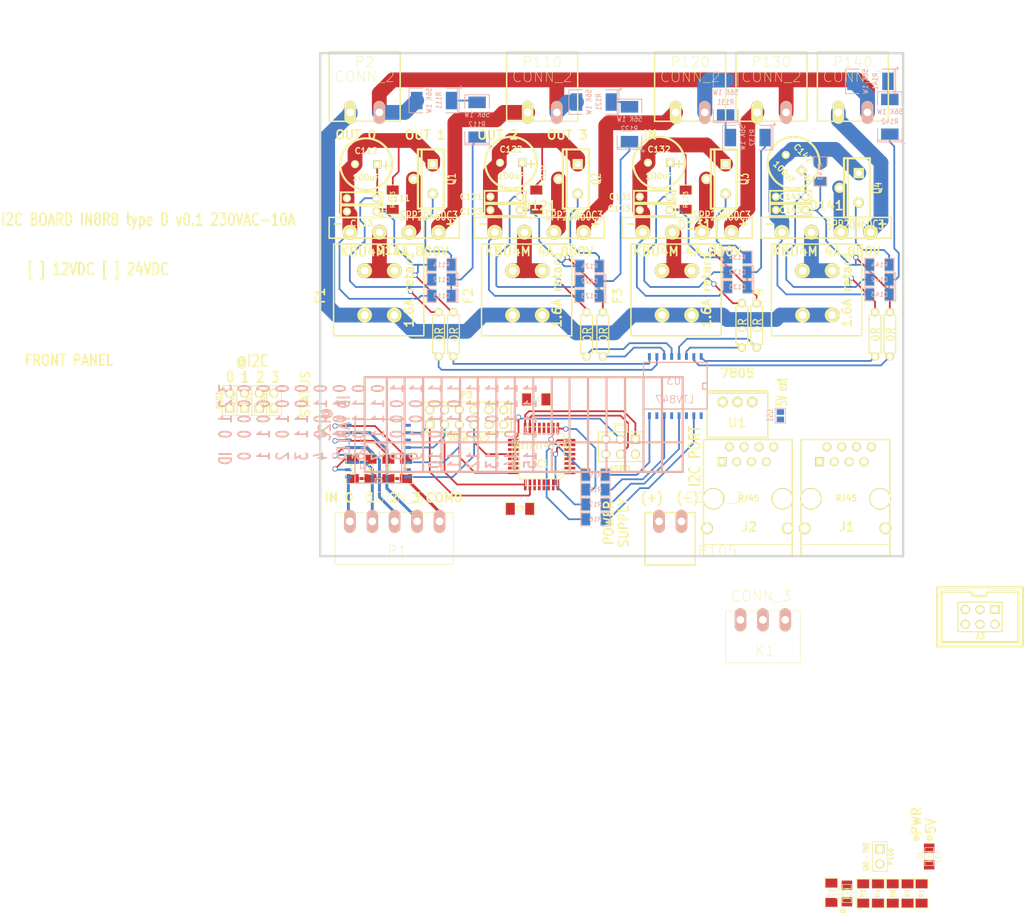
<source format=kicad_pcb>
(kicad_pcb (version 3) (host pcbnew "(2013-mar-13)-testing")
  (title_block (title "4in4out I2C board") (rev 0) (company "XPLDUINO project") (comment 1 "GNU GPL v2") (comment 2 "Domotic Open Source "))
  (layers (15 Dessus signal) (0 Dessous signal) (18 B.Paste user hide) (19 F.Paste user) (20 B.SilkS user hide) (21 F.SilkS user) (22 B.Mask user) (23 F.Mask user hide) (28 Edge.Cuts user))
  (net 0 "")
  (net 1 +12V)
  (net 2 +5V)
  (net 3 /110D)
  (net 4 /110L)
  (net 5 /110P)
  (net 6 /110S)
  (net 7 /120D)
  (net 8 /120L)
  (net 9 /120M)
  (net 10 /120S)
  (net 11 /130D)
  (net 12 /130L)
  (net 13 /130M)
  (net 14 /130S)
  (net 15 /140D)
  (net 16 /140L)
  (net 17 /140M)
  (net 18 /140S)
  (net 19 /INT)
  (net 20 5V_EXT)
  (net 21 A0)
  (net 22 A1)
  (net 23 A2)
  (net 24 A3)
  (net 25 CMD0)
  (net 26 CMD1)
  (net 27 CMD2)
  (net 28 CMD3)
  (net 29 COM0)
  (net 30 GND)
  (net 31 IN0)
  (net 32 IN1)
  (net 33 IN2)
  (net 34 IN3)
  (net 35 L)
  (net 36 LED)
  (net 37 MISO)
  (net 38 MOSI)
  (net 39 N)
  (net 40 N-000001)
  (net 41 N-0000010)
  (net 42 N-0000014)
  (net 43 N-0000015)
  (net 44 N-0000016)
  (net 45 N-000002)
  (net 46 N-0000022)
  (net 47 N-0000024)
  (net 48 N-000003)
  (net 49 N-0000032)
  (net 50 N-0000033)
  (net 51 N-0000034)
  (net 52 N-0000035)
  (net 53 N-0000036)
  (net 54 N-0000037)
  (net 55 N-000004)
  (net 56 N-0000048)
  (net 57 N-0000056)
  (net 58 N-0000058)
  (net 59 N-0000061)
  (net 60 N-0000063)
  (net 61 N-0000065)
  (net 62 N-0000066)
  (net 63 N-0000074)
  (net 64 N-0000076)
  (net 65 N-0000077)
  (net 66 N-0000079)
  (net 67 N-0000080)
  (net 68 N-0000083)
  (net 69 N-0000088)
  (net 70 N-0000089)
  (net 71 N-0000090)
  (net 72 N-0000091)
  (net 73 N-0000092)
  (net 74 N-0000093)
  (net 75 N-0000094)
  (net 76 N-0000095)
  (net 77 N-0000096)
  (net 78 OUT0)
  (net 79 OUT0_A)
  (net 80 OUT0_B)
  (net 81 OUT1)
  (net 82 OUT1_A)
  (net 83 OUT1_B)
  (net 84 OUT2)
  (net 85 OUT2_A)
  (net 86 OUT2_B)
  (net 87 OUT3)
  (net 88 OUT3_A)
  (net 89 OUT3_B)
  (net 90 RESET)
  (net 91 RX)
  (net 92 SCK)
  (net 93 SCL)
  (net 94 SDA)
  (net 95 SEL)
  (net 96 TX)
  (module SM1206POL (layer Dessous) (at 202.438 112.776 180)
    (fp_text reference D113 (at 0 0 180) (layer B.SilkS) (effects (font (size 0.762 0.762) (thickness 0.127)) (justify mirror)))
    (fp_text value BZX55 hide)
    (pad 1 smd rect (at -1.651 0 180) (size 1.524 2.032) (layers Dessous B.Paste B.Mask) (net 44 N-0000016))
    (pad 2 smd rect (at 1.651 0 180) (size 1.524 2.032) (layers Dessous B.Paste B.Mask) (net 6 /110S))
  )
  (module SO16W (layer Dessous) (at 242.57 128.27 180)
    (fp_text reference U3 (at 0.254 0.889 180) (layer B.SilkS) (effects (font (size 1.27 1.27) (thickness 0.127)) (justify mirror)))
    (fp_text value LTV847 (at 0.127 -2.286 180) (layer B.SilkS) (effects (font (size 1.27 1.27) (thickness 0.127)) (justify mirror)))
    (pad 1 smd rect (at -4.445 -5.08 180) (size 0.508 1.143) (layers Dessous B.Paste B.Mask) (net 2 +5V))
    (pad 2 smd rect (at -3.175 -5.08 180) (size 0.508 1.143) (layers Dessous B.Paste B.Mask) (net 77 N-0000096))
    (pad 3 smd rect (at -1.905 -5.08 180) (size 0.508 1.143) (layers Dessous B.Paste B.Mask) (net 2 +5V))
    (pad 4 smd rect (at -0.635 -5.08 180) (size 0.508 1.143) (layers Dessous B.Paste B.Mask) (net 76 N-0000095))
    (pad 5 smd rect (at 0.635 -5.08 180) (size 0.508 1.143) (layers Dessous B.Paste B.Mask) (net 2 +5V))
    (pad 6 smd rect (at 1.905 -5.08 180) (size 0.508 1.143) (layers Dessous B.Paste B.Mask) (net 74 N-0000093))
    (pad 7 smd rect (at 3.175 -5.08 180) (size 0.508 1.143) (layers Dessous B.Paste B.Mask) (net 2 +5V))
    (pad 8 smd rect (at 4.445 -5.08 180) (size 0.508 1.143) (layers Dessous B.Paste B.Mask) (net 75 N-0000094))
    (pad 9 smd rect (at 4.445 5.08 180) (size 0.508 1.143) (layers Dessous B.Paste B.Mask) (net 64 N-0000076))
    (pad 10 smd rect (at 3.175 5.08 180) (size 0.508 1.143) (layers Dessous B.Paste B.Mask) (net 65 N-0000077))
    (pad 11 smd rect (at 1.905 5.08 180) (size 0.508 1.143) (layers Dessous B.Paste B.Mask) (net 43 N-0000015))
    (pad 12 smd rect (at 0.635 5.08 180) (size 0.508 1.143) (layers Dessous B.Paste B.Mask) (net 56 N-0000048))
    (pad 13 smd rect (at -0.635 5.08 180) (size 0.508 1.143) (layers Dessous B.Paste B.Mask) (net 42 N-0000014))
    (pad 14 smd rect (at -1.905 5.08 180) (size 0.508 1.143) (layers Dessous B.Paste B.Mask) (net 62 N-0000066))
    (pad 15 smd rect (at -3.175 5.08 180) (size 0.508 1.143) (layers Dessous B.Paste B.Mask) (net 61 N-0000065))
    (pad 16 smd rect (at -4.445 5.08 180) (size 0.508 1.143) (layers Dessous B.Paste B.Mask) (net 60 N-0000063))
  )
  (module SO16W (layer Dessous) (at 191.516 139.446 90)
    (fp_text reference U2 (at 0.254 0.889 90) (layer B.SilkS) (effects (font (size 1.27 1.27) (thickness 0.127)) (justify mirror)))
    (fp_text value LTV847 (at 0.127 -2.286 90) (layer B.SilkS) (effects (font (size 1.27 1.27) (thickness 0.127)) (justify mirror)))
    (pad 1 smd rect (at -4.445 -5.08 90) (size 0.508 1.143) (layers Dessous B.Paste B.Mask) (net 31 IN0))
    (pad 2 smd rect (at -3.175 -5.08 90) (size 0.508 1.143) (layers Dessous B.Paste B.Mask) (net 55 N-000004))
    (pad 3 smd rect (at -1.905 -5.08 90) (size 0.508 1.143) (layers Dessous B.Paste B.Mask) (net 32 IN1))
    (pad 4 smd rect (at -0.635 -5.08 90) (size 0.508 1.143) (layers Dessous B.Paste B.Mask) (net 48 N-000003))
    (pad 5 smd rect (at 0.635 -5.08 90) (size 0.508 1.143) (layers Dessous B.Paste B.Mask) (net 33 IN2))
    (pad 6 smd rect (at 1.905 -5.08 90) (size 0.508 1.143) (layers Dessous B.Paste B.Mask) (net 45 N-000002))
    (pad 7 smd rect (at 3.175 -5.08 90) (size 0.508 1.143) (layers Dessous B.Paste B.Mask) (net 34 IN3))
    (pad 8 smd rect (at 4.445 -5.08 90) (size 0.508 1.143) (layers Dessous B.Paste B.Mask) (net 40 N-000001))
    (pad 9 smd rect (at 4.445 5.08 90) (size 0.508 1.143) (layers Dessous B.Paste B.Mask) (net 30 GND))
    (pad 10 smd rect (at 3.175 5.08 90) (size 0.508 1.143) (layers Dessous B.Paste B.Mask) (net 28 CMD3))
    (pad 11 smd rect (at 1.905 5.08 90) (size 0.508 1.143) (layers Dessous B.Paste B.Mask) (net 30 GND))
    (pad 12 smd rect (at 0.635 5.08 90) (size 0.508 1.143) (layers Dessous B.Paste B.Mask) (net 27 CMD2))
    (pad 13 smd rect (at -0.635 5.08 90) (size 0.508 1.143) (layers Dessous B.Paste B.Mask) (net 30 GND))
    (pad 14 smd rect (at -1.905 5.08 90) (size 0.508 1.143) (layers Dessous B.Paste B.Mask) (net 26 CMD1))
    (pad 15 smd rect (at -3.175 5.08 90) (size 0.508 1.143) (layers Dessous B.Paste B.Mask) (net 30 GND))
    (pad 16 smd rect (at -4.445 5.08 90) (size 0.508 1.143) (layers Dessous B.Paste B.Mask) (net 25 CMD0))
  )
  (module MOL_CONN_2_H (layer Dessus) (at 189.23 81.28 180)
    (fp_text reference P2 (at 0 8.636 180) (layer F.SilkS) (effects (font (size 1.778 1.778) (thickness 0.0889))))
    (fp_text value CONN_2 (at 0 6.096 180) (layer F.SilkS) (effects (font (size 1.778 1.778) (thickness 0.0889))))
    (pad 1 thru_hole oval (at -2.5146 0 180) (size 1.9812 3.9624) (drill 1.3208) (layers *.Cu *.SilkS *.Mask F.Paste) (net 39 N))
    (pad 2 thru_hole oval (at 2.4892 0 180) (size 1.9812 3.9624) (drill 1.3208) (layers *.Cu *.Mask F.Paste F.SilkS) (net 35 L))
  )
  (module pin_array_6x2 (layer Dessus) (at 206.756 133.604)
    (fp_text reference P3 (at 0 -3.81) (layer F.SilkS) (effects (font (size 1.016 1.016) (thickness 0.27432))))
    (fp_text value CONN_6X2 (at 0 3.81) (layer F.SilkS) (effects (font (size 1.016 1.016) (thickness 0.2032))))
    (pad 1 thru_hole rect (at -6.35 1.27) (size 1.524 1.524) (drill 1.016) (layers *.Cu *.Mask F.SilkS) (net 28 CMD3))
    (pad 2 thru_hole circle (at -6.35 -1.27) (size 1.524 1.524) (drill 1.016) (layers *.Cu *.Mask F.SilkS) (net 78 OUT0))
    (pad 3 thru_hole circle (at -3.81 1.27) (size 1.524 1.524) (drill 1.016) (layers *.Cu *.Mask F.SilkS) (net 27 CMD2))
    (pad 4 thru_hole circle (at -3.81 -1.27) (size 1.524 1.524) (drill 1.016) (layers *.Cu *.Mask F.SilkS) (net 81 OUT1))
    (pad 5 thru_hole circle (at -1.27 1.27) (size 1.524 1.524) (drill 1.016) (layers *.Cu *.Mask F.SilkS) (net 26 CMD1))
    (pad 6 thru_hole circle (at -1.27 -1.27) (size 1.524 1.524) (drill 1.016) (layers *.Cu *.Mask F.SilkS) (net 84 OUT2))
    (pad 7 thru_hole circle (at 1.27 1.27) (size 1.524 1.524) (drill 1.016) (layers *.Cu *.Mask F.SilkS) (net 25 CMD0))
    (pad 8 thru_hole circle (at 1.27 -1.27) (size 1.524 1.524) (drill 1.016) (layers *.Cu *.Mask F.SilkS) (net 87 OUT3))
    (pad 9 thru_hole circle (at 3.81 1.27) (size 1.524 1.524) (drill 1.016) (layers *.Cu *.Mask F.SilkS) (net 90 RESET))
    (pad 10 thru_hole circle (at 3.81 -1.27) (size 1.524 1.524) (drill 1.016) (layers *.Cu *.Mask F.SilkS) (net 36 LED))
    (pad 11 thru_hole circle (at 6.35 1.27) (size 1.524 1.524) (drill 1.016) (layers *.Cu *.Mask F.SilkS) (net 30 GND))
    (pad 12 thru_hole circle (at 6.35 -1.27) (size 1.524 1.524) (drill 1.016) (layers *.Cu *.Mask F.SilkS) (net 2 +5V))
  )
  (module SM1206 (layer Dessous) (at 277.622 107.442 180)
    (fp_text reference R144 (at 0 0 180) (layer B.SilkS) (effects (font (size 0.762 0.762) (thickness 0.127)) (justify mirror)))
    (fp_text value 100R hide)
    (pad 1 smd rect (at -1.651 0 180) (size 1.524 2.032) (layers Dessous B.Paste B.Mask) (net 59 N-0000061))
    (pad 2 smd rect (at 1.651 0 180) (size 1.524 2.032) (layers Dessous B.Paste B.Mask) (net 89 OUT3_B))
  )
  (module SM1206 (layer Dessous) (at 267.462 91.44 270)
    (fp_text reference R143 (at 0 0 270) (layer B.SilkS) (effects (font (size 0.762 0.762) (thickness 0.127)) (justify mirror)))
    (fp_text value 15K hide)
    (pad 1 smd rect (at -1.651 0 270) (size 1.524 2.032) (layers Dessous B.Paste B.Mask) (net 18 /140S))
    (pad 2 smd rect (at 1.651 0 270) (size 1.524 2.032) (layers Dessous B.Paste B.Mask) (net 89 OUT3_B))
  )
  (module SM2512 (layer Dessous) (at 279.4 82.042 90)
    (fp_text reference R142 (at -0.8001 0 360) (layer B.SilkS) (effects (font (size 0.889 0.762) (thickness 0.127)) (justify mirror)))
    (fp_text value "56K 1W" (at 0.89916 0 360) (layer B.SilkS) (effects (font (size 0.889 0.762) (thickness 0.127)) (justify mirror)))
    (fp_text user + (at -4.59994 2.30124 90) (layer B.SilkS) (effects (font (size 0.7 0.7)) (justify mirror)))
    (pad 1 smd rect (at -2.99974 0 90) (size 1.99898 2.99974) (layers Dessous B.Paste B.Mask) (net 58 N-0000058))
    (pad 2 smd rect (at 2.99974 0 90) (size 1.99898 2.99974) (layers Dessous B.Paste B.Mask) (net 71 N-0000090))
  )
  (module SM2512 (layer Dessous) (at 276.098 75.946 180)
    (fp_text reference R141 (at -0.8001 0 450) (layer B.SilkS) (effects (font (size 0.889 0.762) (thickness 0.127)) (justify mirror)))
    (fp_text value "56K 1W" (at 0.89916 0 450) (layer B.SilkS) (effects (font (size 0.889 0.762) (thickness 0.127)) (justify mirror)))
    (fp_text user + (at -4.59994 2.30124 180) (layer B.SilkS) (effects (font (size 0.7 0.7)) (justify mirror)))
    (pad 1 smd rect (at -2.99974 0 180) (size 1.99898 2.99974) (layers Dessous B.Paste B.Mask) (net 71 N-0000090))
    (pad 2 smd rect (at 2.99974 0 180) (size 1.99898 2.99974) (layers Dessous B.Paste B.Mask) (net 39 N))
  )
  (module SM1206 (layer Dessous) (at 253.238 106.172 180)
    (fp_text reference R134 (at 0 0 180) (layer B.SilkS) (effects (font (size 0.762 0.762) (thickness 0.127)) (justify mirror)))
    (fp_text value 100R hide)
    (pad 1 smd rect (at -1.651 0 180) (size 1.524 2.032) (layers Dessous B.Paste B.Mask) (net 67 N-0000080))
    (pad 2 smd rect (at 1.651 0 180) (size 1.524 2.032) (layers Dessous B.Paste B.Mask) (net 86 OUT2_B))
  )
  (module SM1206 (layer Dessus) (at 244.348 96.266 270)
    (fp_text reference R133 (at 0 0 270) (layer F.SilkS) (effects (font (size 0.762 0.762) (thickness 0.127))))
    (fp_text value 15K hide)
    (pad 1 smd rect (at -1.651 0 270) (size 1.524 2.032) (layers Dessus F.Paste F.Mask) (net 14 /130S))
    (pad 2 smd rect (at 1.651 0 270) (size 1.524 2.032) (layers Dessus F.Paste F.Mask) (net 86 OUT2_B))
  )
  (module SM2512 (layer Dessous) (at 255.016 85.598 180)
    (fp_text reference R132 (at -0.8001 0 450) (layer B.SilkS) (effects (font (size 0.889 0.762) (thickness 0.127)) (justify mirror)))
    (fp_text value "56K 1W" (at 0.89916 0 450) (layer B.SilkS) (effects (font (size 0.889 0.762) (thickness 0.127)) (justify mirror)))
    (fp_text user + (at -4.59994 2.30124 180) (layer B.SilkS) (effects (font (size 0.7 0.7)) (justify mirror)))
    (pad 1 smd rect (at -2.99974 0 180) (size 1.99898 2.99974) (layers Dessous B.Paste B.Mask) (net 68 N-0000083))
    (pad 2 smd rect (at 2.99974 0 180) (size 1.99898 2.99974) (layers Dessous B.Paste B.Mask) (net 72 N-0000091))
  )
  (module SM2512 (layer Dessous) (at 251.206 78.74 90)
    (fp_text reference R131 (at -0.8001 0 360) (layer B.SilkS) (effects (font (size 0.889 0.762) (thickness 0.127)) (justify mirror)))
    (fp_text value "56K 1W" (at 0.89916 0 360) (layer B.SilkS) (effects (font (size 0.889 0.762) (thickness 0.127)) (justify mirror)))
    (fp_text user + (at -4.59994 2.30124 90) (layer B.SilkS) (effects (font (size 0.7 0.7)) (justify mirror)))
    (pad 1 smd rect (at -2.99974 0 90) (size 1.99898 2.99974) (layers Dessous B.Paste B.Mask) (net 72 N-0000091))
    (pad 2 smd rect (at 2.99974 0 90) (size 1.99898 2.99974) (layers Dessous B.Paste B.Mask) (net 39 N))
  )
  (module SM1206 (layer Dessous) (at 227.838 107.696 180)
    (fp_text reference R124 (at 0 0 180) (layer B.SilkS) (effects (font (size 0.762 0.762) (thickness 0.127)) (justify mirror)))
    (fp_text value 100R hide)
    (pad 1 smd rect (at -1.651 0 180) (size 1.524 2.032) (layers Dessous B.Paste B.Mask) (net 63 N-0000074))
    (pad 2 smd rect (at 1.651 0 180) (size 1.524 2.032) (layers Dessous B.Paste B.Mask) (net 83 OUT1_B))
  )
  (module SM1206 (layer Dessus) (at 218.694 96.266 270)
    (fp_text reference R123 (at -4.572 -1.27 270) (layer F.SilkS) (effects (font (size 0.762 0.762) (thickness 0.127))))
    (fp_text value 15K hide)
    (pad 1 smd rect (at -1.651 0 270) (size 1.524 2.032) (layers Dessus F.Paste F.Mask) (net 10 /120S))
    (pad 2 smd rect (at 1.651 0 270) (size 1.524 2.032) (layers Dessus F.Paste F.Mask) (net 83 OUT1_B))
  )
  (module SM2512 (layer Dessous) (at 234.696 83.312 90)
    (fp_text reference R122 (at -0.8001 0 360) (layer B.SilkS) (effects (font (size 0.889 0.762) (thickness 0.127)) (justify mirror)))
    (fp_text value "56K 1W" (at 0.89916 0 360) (layer B.SilkS) (effects (font (size 0.889 0.762) (thickness 0.127)) (justify mirror)))
    (fp_text user + (at -4.59994 2.30124 90) (layer B.SilkS) (effects (font (size 0.7 0.7)) (justify mirror)))
    (pad 1 smd rect (at -2.99974 0 90) (size 1.99898 2.99974) (layers Dessous B.Paste B.Mask) (net 66 N-0000079))
    (pad 2 smd rect (at 2.99974 0 90) (size 1.99898 2.99974) (layers Dessous B.Paste B.Mask) (net 70 N-0000089))
  )
  (module SM2512 (layer Dessous) (at 228.6 79.502 180)
    (fp_text reference R121 (at -0.8001 0 450) (layer B.SilkS) (effects (font (size 0.889 0.762) (thickness 0.127)) (justify mirror)))
    (fp_text value "56K 1W" (at 0.89916 0 450) (layer B.SilkS) (effects (font (size 0.889 0.762) (thickness 0.127)) (justify mirror)))
    (fp_text user + (at -4.59994 2.30124 180) (layer B.SilkS) (effects (font (size 0.7 0.7)) (justify mirror)))
    (pad 1 smd rect (at -2.99974 0 180) (size 1.99898 2.99974) (layers Dessous B.Paste B.Mask) (net 70 N-0000089))
    (pad 2 smd rect (at 2.99974 0 180) (size 1.99898 2.99974) (layers Dessous B.Paste B.Mask) (net 39 N))
  )
  (module SM1206 (layer Dessous) (at 202.438 107.442 180)
    (fp_text reference R114 (at 0 0 180) (layer B.SilkS) (effects (font (size 0.762 0.762) (thickness 0.127)) (justify mirror)))
    (fp_text value 100R hide)
    (pad 1 smd rect (at -1.651 0 180) (size 1.524 2.032) (layers Dessous B.Paste B.Mask) (net 41 N-0000010))
    (pad 2 smd rect (at 1.651 0 180) (size 1.524 2.032) (layers Dessous B.Paste B.Mask) (net 80 OUT0_B))
  )
  (module SM1206 (layer Dessus) (at 194.056 96.266 270)
    (fp_text reference R113 (at 0 0 270) (layer F.SilkS) (effects (font (size 0.762 0.762) (thickness 0.127))))
    (fp_text value 15K hide)
    (pad 1 smd rect (at -1.651 0 270) (size 1.524 2.032) (layers Dessus F.Paste F.Mask) (net 6 /110S))
    (pad 2 smd rect (at 1.651 0 270) (size 1.524 2.032) (layers Dessus F.Paste F.Mask) (net 80 OUT0_B))
  )
  (module SM2512 (layer Dessous) (at 208.534 82.55 90)
    (fp_text reference R112 (at -0.8001 0 360) (layer B.SilkS) (effects (font (size 0.889 0.762) (thickness 0.127)) (justify mirror)))
    (fp_text value "56K 1W" (at 0.89916 0 360) (layer B.SilkS) (effects (font (size 0.889 0.762) (thickness 0.127)) (justify mirror)))
    (fp_text user + (at -4.59994 2.30124 90) (layer B.SilkS) (effects (font (size 0.7 0.7)) (justify mirror)))
    (pad 1 smd rect (at -2.99974 0 90) (size 1.99898 2.99974) (layers Dessous B.Paste B.Mask) (net 44 N-0000016))
    (pad 2 smd rect (at 2.99974 0 90) (size 1.99898 2.99974) (layers Dessous B.Paste B.Mask) (net 73 N-0000092))
  )
  (module SM2512 (layer Dessous) (at 201.168 79.248 180)
    (fp_text reference R111 (at -0.8001 0 450) (layer B.SilkS) (effects (font (size 0.889 0.762) (thickness 0.127)) (justify mirror)))
    (fp_text value "56K 1W" (at 0.89916 0 450) (layer B.SilkS) (effects (font (size 0.889 0.762) (thickness 0.127)) (justify mirror)))
    (fp_text user + (at -4.59994 2.30124 180) (layer B.SilkS) (effects (font (size 0.7 0.7)) (justify mirror)))
    (pad 1 smd rect (at -2.99974 0 180) (size 1.99898 2.99974) (layers Dessous B.Paste B.Mask) (net 73 N-0000092))
    (pad 2 smd rect (at 2.99974 0 180) (size 1.99898 2.99974) (layers Dessous B.Paste B.Mask) (net 39 N))
  )
  (module SM1206 (layer Dessous) (at 228.854 143.51)
    (fp_text reference R19 (at 0 0) (layer B.SilkS) (effects (font (size 0.762 0.762) (thickness 0.127)) (justify mirror)))
    (fp_text value 310 hide)
    (pad 1 smd rect (at -1.651 0) (size 1.524 2.032) (layers Dessous B.Paste B.Mask) (net 87 OUT3))
    (pad 2 smd rect (at 1.651 0) (size 1.524 2.032) (layers Dessous B.Paste B.Mask) (net 75 N-0000094))
  )
  (module SM1206 (layer Dessous) (at 228.854 146.05)
    (fp_text reference R18 (at 0 0) (layer B.SilkS) (effects (font (size 0.762 0.762) (thickness 0.127)) (justify mirror)))
    (fp_text value 310 hide)
    (pad 1 smd rect (at -1.651 0) (size 1.524 2.032) (layers Dessous B.Paste B.Mask) (net 84 OUT2))
    (pad 2 smd rect (at 1.651 0) (size 1.524 2.032) (layers Dessous B.Paste B.Mask) (net 74 N-0000093))
  )
  (module SM1206 (layer Dessous) (at 228.854 148.59)
    (fp_text reference R17 (at 0 0) (layer B.SilkS) (effects (font (size 0.762 0.762) (thickness 0.127)) (justify mirror)))
    (fp_text value 310 hide)
    (pad 1 smd rect (at -1.651 0) (size 1.524 2.032) (layers Dessous B.Paste B.Mask) (net 81 OUT1))
    (pad 2 smd rect (at 1.651 0) (size 1.524 2.032) (layers Dessous B.Paste B.Mask) (net 76 N-0000095))
  )
  (module SM1206 (layer Dessous) (at 228.854 151.13)
    (fp_text reference R16 (at 0 0) (layer B.SilkS) (effects (font (size 0.762 0.762) (thickness 0.127)) (justify mirror)))
    (fp_text value 310 hide)
    (pad 1 smd rect (at -1.651 0) (size 1.524 2.032) (layers Dessous B.Paste B.Mask) (net 78 OUT0))
    (pad 2 smd rect (at 1.651 0) (size 1.524 2.032) (layers Dessous B.Paste B.Mask) (net 77 N-0000096))
  )
  (module MOL_CONN_3_MINI (layer Dessus) (at 253.746 168.402)
    (fp_text reference K1 (at 4.191 5.334) (layer F.SilkS) (effects (font (size 1.778 1.778) (thickness 0.0889))))
    (fp_text value CONN_3 (at 3.556 -4.064) (layer F.SilkS) (effects (font (size 1.778 1.778) (thickness 0.0889))))
    (pad 1 thru_hole oval (at 0 0) (size 1.9812 3.9624) (drill 1.3208) (layers *.Cu *.SilkS *.Mask F.Paste) (net 54 N-0000037))
    (pad 2 thru_hole oval (at 3.85 0) (size 1.9812 3.9624) (drill 1.3208) (layers *.Cu *.SilkS *.Mask F.Paste) (net 57 N-0000056))
    (pad 3 thru_hole oval (at 7.7 0) (size 1.9812 3.9624) (drill 1.3208) (layers *.Cu *.SilkS *.Mask F.Paste) (net 30 GND))
  )
  (module FUSEHOLDER_811 (layer Dessus) (at 266.954 111.76 90)
    (fp_text reference F4 (at -1.016 -10.16 90) (layer F.SilkS) (effects (font (thickness 0.3048))))
    (fp_text value "1.6A retard" (at 0 5.08 90) (layer F.SilkS) (effects (font (thickness 0.3048))))
    (pad 1 thru_hole circle (at -4.318 -2.54 90) (size 2.54 2.54) (drill 1.3) (layers *.Cu *.Mask F.SilkS) (net 35 L))
    (pad 2 thru_hole circle (at 3.302 -2.54 90) (size 2.54 2.54) (drill 1.3) (layers *.Cu *.Mask F.SilkS) (net 16 /140L))
    (pad 1 thru_hole circle (at -4.318 2.54 90) (size 2.54 2.54) (drill 1.3) (layers *.Cu *.Mask F.SilkS) (net 35 L))
    (pad 2 thru_hole circle (at 3.302 2.54 90) (size 2.54 2.54) (drill 1.3) (layers *.Cu *.Mask F.SilkS) (net 16 /140L))
  )
  (module FUSEHOLDER_811 (layer Dessus) (at 242.824 111.76 90)
    (fp_text reference F3 (at -1.016 -10.16 90) (layer F.SilkS) (effects (font (thickness 0.3048))))
    (fp_text value "1.6A retard" (at 0 5.08 90) (layer F.SilkS) (effects (font (thickness 0.3048))))
    (pad 1 thru_hole circle (at -4.318 -2.54 90) (size 2.54 2.54) (drill 1.3) (layers *.Cu *.Mask F.SilkS) (net 35 L))
    (pad 2 thru_hole circle (at 3.302 -2.54 90) (size 2.54 2.54) (drill 1.3) (layers *.Cu *.Mask F.SilkS) (net 12 /130L))
    (pad 1 thru_hole circle (at -4.318 2.54 90) (size 2.54 2.54) (drill 1.3) (layers *.Cu *.Mask F.SilkS) (net 35 L))
    (pad 2 thru_hole circle (at 3.302 2.54 90) (size 2.54 2.54) (drill 1.3) (layers *.Cu *.Mask F.SilkS) (net 12 /130L))
  )
  (module FUSEHOLDER_811 (layer Dessus) (at 217.17 111.76 90)
    (fp_text reference F2 (at -1.016 -10.16 90) (layer F.SilkS) (effects (font (thickness 0.3048))))
    (fp_text value "1.6A retard" (at 0 5.08 90) (layer F.SilkS) (effects (font (thickness 0.3048))))
    (pad 1 thru_hole circle (at -4.318 -2.54 90) (size 2.54 2.54) (drill 1.3) (layers *.Cu *.Mask F.SilkS) (net 35 L))
    (pad 2 thru_hole circle (at 3.302 -2.54 90) (size 2.54 2.54) (drill 1.3) (layers *.Cu *.Mask F.SilkS) (net 8 /120L))
    (pad 1 thru_hole circle (at -4.318 2.54 90) (size 2.54 2.54) (drill 1.3) (layers *.Cu *.Mask F.SilkS) (net 35 L))
    (pad 2 thru_hole circle (at 3.302 2.54 90) (size 2.54 2.54) (drill 1.3) (layers *.Cu *.Mask F.SilkS) (net 8 /120L))
  )
  (module FUSEHOLDER_811 (layer Dessus) (at 191.77 111.76 90)
    (fp_text reference F1 (at -1.016 -10.16 90) (layer F.SilkS) (effects (font (thickness 0.3048))))
    (fp_text value "1.6A retard" (at 0 5.08 90) (layer F.SilkS) (effects (font (thickness 0.3048))))
    (pad 1 thru_hole circle (at -4.318 -2.54 90) (size 2.54 2.54) (drill 1.3) (layers *.Cu *.Mask F.SilkS) (net 35 L))
    (pad 2 thru_hole circle (at 3.302 -2.54 90) (size 2.54 2.54) (drill 1.3) (layers *.Cu *.Mask F.SilkS) (net 4 /110L))
    (pad 1 thru_hole circle (at -4.318 2.54 90) (size 2.54 2.54) (drill 1.3) (layers *.Cu *.Mask F.SilkS) (net 35 L))
    (pad 2 thru_hole circle (at 3.302 2.54 90) (size 2.54 2.54) (drill 1.3) (layers *.Cu *.Mask F.SilkS) (net 4 /110L))
  )
  (module SM1206POL (layer Dessous) (at 277.622 112.522 180)
    (fp_text reference D143 (at 0 0 180) (layer B.SilkS) (effects (font (size 0.762 0.762) (thickness 0.127)) (justify mirror)))
    (fp_text value BZX55 hide)
    (pad 1 smd rect (at -1.651 0 180) (size 1.524 2.032) (layers Dessous B.Paste B.Mask) (net 58 N-0000058))
    (pad 2 smd rect (at 1.651 0 180) (size 1.524 2.032) (layers Dessous B.Paste B.Mask) (net 18 /140S))
  )
  (module SM1206POL (layer Dessous) (at 277.622 109.982 180)
    (fp_text reference D142 (at 0 0 180) (layer B.SilkS) (effects (font (size 0.762 0.762) (thickness 0.127)) (justify mirror)))
    (fp_text value 1N5062 hide)
    (pad 1 smd rect (at -1.651 0 180) (size 1.524 2.032) (layers Dessous B.Paste B.Mask) (net 58 N-0000058))
    (pad 2 smd rect (at 1.651 0 180) (size 1.524 2.032) (layers Dessous B.Paste B.Mask) (net 88 OUT3_A))
  )
  (module GBU-4L (layer Dessus) (at 268.478 101.854)
    (fp_text reference D141 (at 0 -4.572) (layer F.SilkS) (effects (font (thickness 0.3048))))
    (fp_text value "KBU4M 4A 800V" (at 0 3.302) (layer F.SilkS) (effects (font (thickness 0.3048))))
    (fp_text user + (at 9.652 -1.524) (layer F.SilkS) (effects (font (thickness 0.3048))))
    (fp_text user - (at -9.652 -1.524) (layer F.SilkS) (effects (font (thickness 0.3048))))
    (pad 1 thru_hole circle (at -7.62 0) (size 2.54 2.54) (drill 1.27) (layers *.Cu *.Mask F.SilkS) (net 18 /140S))
    (pad 2 thru_hole circle (at -2.54 0) (size 2.54 2.54) (drill 1.27) (layers *.Cu *.Mask F.SilkS) (net 16 /140L))
    (pad 3 thru_hole circle (at 2.54 0) (size 2.54 2.54) (drill 1.27) (layers *.Cu *.Mask F.SilkS) (net 15 /140D))
    (pad 4 thru_hole circle (at 7.62 0) (size 2.54 2.54) (drill 1.27) (layers *.Cu *.Mask F.SilkS) (net 17 /140M))
  )
  (module SM1206POL (layer Dessous) (at 253.238 111.252 180)
    (fp_text reference D133 (at 0 0 180) (layer B.SilkS) (effects (font (size 0.762 0.762) (thickness 0.127)) (justify mirror)))
    (fp_text value BZX55 hide)
    (pad 1 smd rect (at -1.651 0 180) (size 1.524 2.032) (layers Dessous B.Paste B.Mask) (net 68 N-0000083))
    (pad 2 smd rect (at 1.651 0 180) (size 1.524 2.032) (layers Dessous B.Paste B.Mask) (net 14 /130S))
  )
  (module SM1206POL (layer Dessous) (at 253.238 108.712 180)
    (fp_text reference D132 (at 0 0 180) (layer B.SilkS) (effects (font (size 0.762 0.762) (thickness 0.127)) (justify mirror)))
    (fp_text value 1N5062 hide)
    (pad 1 smd rect (at -1.651 0 180) (size 1.524 2.032) (layers Dessous B.Paste B.Mask) (net 68 N-0000083))
    (pad 2 smd rect (at 1.651 0 180) (size 1.524 2.032) (layers Dessous B.Paste B.Mask) (net 85 OUT2_A))
  )
  (module GBU-4L (layer Dessus) (at 244.602 101.854)
    (fp_text reference D131 (at 1.27 -1.27) (layer F.SilkS) (effects (font (thickness 0.3048))))
    (fp_text value "KBU4M 4A 800V" (at 0 3.302) (layer F.SilkS) (effects (font (thickness 0.3048))))
    (fp_text user + (at 9.652 -1.524) (layer F.SilkS) (effects (font (thickness 0.3048))))
    (fp_text user - (at -9.652 -1.524) (layer F.SilkS) (effects (font (thickness 0.3048))))
    (pad 1 thru_hole circle (at -7.62 0) (size 2.54 2.54) (drill 1.27) (layers *.Cu *.Mask F.SilkS) (net 14 /130S))
    (pad 2 thru_hole circle (at -2.54 0) (size 2.54 2.54) (drill 1.27) (layers *.Cu *.Mask F.SilkS) (net 12 /130L))
    (pad 3 thru_hole circle (at 2.54 0) (size 2.54 2.54) (drill 1.27) (layers *.Cu *.Mask F.SilkS) (net 11 /130D))
    (pad 4 thru_hole circle (at 7.62 0) (size 2.54 2.54) (drill 1.27) (layers *.Cu *.Mask F.SilkS) (net 13 /130M))
  )
  (module SM1206POL (layer Dessous) (at 227.838 112.776 180)
    (fp_text reference D123 (at 0 0 180) (layer B.SilkS) (effects (font (size 0.762 0.762) (thickness 0.127)) (justify mirror)))
    (fp_text value BZX55 hide)
    (pad 1 smd rect (at -1.651 0 180) (size 1.524 2.032) (layers Dessous B.Paste B.Mask) (net 66 N-0000079))
    (pad 2 smd rect (at 1.651 0 180) (size 1.524 2.032) (layers Dessous B.Paste B.Mask) (net 10 /120S))
  )
  (module SM1206POL (layer Dessous) (at 227.838 110.236 180)
    (fp_text reference D122 (at 0 0 180) (layer B.SilkS) (effects (font (size 0.762 0.762) (thickness 0.127)) (justify mirror)))
    (fp_text value 1N5062 hide)
    (pad 1 smd rect (at -1.651 0 180) (size 1.524 2.032) (layers Dessous B.Paste B.Mask) (net 66 N-0000079))
    (pad 2 smd rect (at 1.651 0 180) (size 1.524 2.032) (layers Dessous B.Paste B.Mask) (net 82 OUT1_A))
  )
  (module GBU-4L (layer Dessus) (at 219.202 101.854)
    (fp_text reference D121 (at 0 -4.572) (layer F.SilkS) (effects (font (thickness 0.3048))))
    (fp_text value "KBU4M 4A 800V" (at 0 3.302) (layer F.SilkS) (effects (font (thickness 0.3048))))
    (fp_text user + (at 9.652 -1.524) (layer F.SilkS) (effects (font (thickness 0.3048))))
    (fp_text user - (at -9.652 -1.524) (layer F.SilkS) (effects (font (thickness 0.3048))))
    (pad 1 thru_hole circle (at -7.62 0) (size 2.54 2.54) (drill 1.27) (layers *.Cu *.Mask F.SilkS) (net 10 /120S))
    (pad 2 thru_hole circle (at -2.54 0) (size 2.54 2.54) (drill 1.27) (layers *.Cu *.Mask F.SilkS) (net 8 /120L))
    (pad 3 thru_hole circle (at 2.54 0) (size 2.54 2.54) (drill 1.27) (layers *.Cu *.Mask F.SilkS) (net 7 /120D))
    (pad 4 thru_hole circle (at 7.62 0) (size 2.54 2.54) (drill 1.27) (layers *.Cu *.Mask F.SilkS) (net 9 /120M))
  )
  (module SM1206POL (layer Dessous) (at 202.438 109.982 180)
    (fp_text reference D112 (at 0 0 180) (layer B.SilkS) (effects (font (size 0.762 0.762) (thickness 0.127)) (justify mirror)))
    (fp_text value 1N5062 hide)
    (pad 1 smd rect (at -1.651 0 180) (size 1.524 2.032) (layers Dessous B.Paste B.Mask) (net 44 N-0000016))
    (pad 2 smd rect (at 1.651 0 180) (size 1.524 2.032) (layers Dessous B.Paste B.Mask) (net 79 OUT0_A))
  )
  (module GBU-4L (layer Dessus) (at 194.31 101.854)
    (fp_text reference D111 (at -0.254 3.048) (layer F.SilkS) (effects (font (thickness 0.3048))))
    (fp_text value "KBU4M 4A 800V" (at 0 3.302) (layer F.SilkS) (effects (font (thickness 0.3048))))
    (fp_text user + (at 9.652 -1.524) (layer F.SilkS) (effects (font (thickness 0.3048))))
    (fp_text user - (at -9.652 -1.524) (layer F.SilkS) (effects (font (thickness 0.3048))))
    (pad 1 thru_hole circle (at -7.62 0) (size 2.54 2.54) (drill 1.27) (layers *.Cu *.Mask F.SilkS) (net 6 /110S))
    (pad 2 thru_hole circle (at -2.54 0) (size 2.54 2.54) (drill 1.27) (layers *.Cu *.Mask F.SilkS) (net 4 /110L))
    (pad 3 thru_hole circle (at 2.54 0) (size 2.54 2.54) (drill 1.27) (layers *.Cu *.Mask F.SilkS) (net 3 /110D))
    (pad 4 thru_hole circle (at 7.62 0) (size 2.54 2.54) (drill 1.27) (layers *.Cu *.Mask F.SilkS) (net 5 /110P))
  )
  (module C2 (layer Dessus) (at 262.382 98.044 180)
    (fp_text reference C143 (at 0 0 180) (layer F.SilkS) (effects (font (size 1.016 1.016) (thickness 0.2032))))
    (fp_text value 10nF hide)
    (pad 1 thru_hole circle (at -2.54 0 180) (size 1.397 1.397) (drill 0.8128) (layers *.Cu *.Mask F.SilkS) (net 89 OUT3_B))
    (pad 2 thru_hole circle (at 2.54 0 180) (size 1.397 1.397) (drill 0.8128) (layers *.Cu *.Mask F.SilkS) (net 18 /140S))
  )
  (module C1.5V8V (layer Dessus) (at 262.89 89.916 135)
    (fp_text reference C142 (at 0 2.286 135) (layer F.SilkS) (effects (font (size 1.016 1.016) (thickness 0.2032))))
    (fp_text value 100uF (at 0 -2.286 135) (layer F.SilkS) (effects (font (size 1.016 1.016) (thickness 0.2032))))
    (fp_text user + (at -3.429 -0.127 135) (layer F.SilkS) (effects (font (thickness 0.3048))))
    (pad 1 thru_hole rect (at -1.905 0 135) (size 1.397 1.397) (drill 0.8128) (layers *.Cu *.Mask F.SilkS) (net 88 OUT3_A))
    (pad 2 thru_hole circle (at 1.905 0 135) (size 1.397 1.397) (drill 0.8128) (layers *.Cu *.Mask F.SilkS) (net 18 /140S))
  )
  (module C2 (layer Dessus) (at 262.382 95.758 180)
    (fp_text reference C141 (at 0 0 180) (layer F.SilkS) (effects (font (size 1.016 1.016) (thickness 0.2032))))
    (fp_text value 0.1uF hide)
    (pad 1 thru_hole circle (at -2.54 0 180) (size 1.397 1.397) (drill 0.8128) (layers *.Cu *.Mask F.SilkS) (net 88 OUT3_A))
    (pad 2 thru_hole circle (at 2.54 0 180) (size 1.397 1.397) (drill 0.8128) (layers *.Cu *.Mask F.SilkS) (net 18 /140S))
  )
  (module C2 (layer Dessus) (at 239.014 98.044 180)
    (fp_text reference C133 (at 6.096 0.254 180) (layer F.SilkS) (effects (font (size 1.016 1.016) (thickness 0.2032))))
    (fp_text value 10nF hide)
    (pad 1 thru_hole circle (at -2.54 0 180) (size 1.397 1.397) (drill 0.8128) (layers *.Cu *.Mask F.SilkS) (net 86 OUT2_B))
    (pad 2 thru_hole circle (at 2.54 0 180) (size 1.397 1.397) (drill 0.8128) (layers *.Cu *.Mask F.SilkS) (net 14 /130S))
  )
  (module C1.5V8V (layer Dessus) (at 239.776 89.916 180)
    (fp_text reference C132 (at 0 2.286 180) (layer F.SilkS) (effects (font (size 1.016 1.016) (thickness 0.2032))))
    (fp_text value 100uF (at 0 -2.286 180) (layer F.SilkS) (effects (font (size 1.016 1.016) (thickness 0.2032))))
    (fp_text user + (at -3.429 -0.127 180) (layer F.SilkS) (effects (font (thickness 0.3048))))
    (pad 1 thru_hole rect (at -1.905 0 180) (size 1.397 1.397) (drill 0.8128) (layers *.Cu *.Mask F.SilkS) (net 85 OUT2_A))
    (pad 2 thru_hole circle (at 1.905 0 180) (size 1.397 1.397) (drill 0.8128) (layers *.Cu *.Mask F.SilkS) (net 14 /130S))
  )
  (module C2 (layer Dessus) (at 239.014 95.758 180)
    (fp_text reference C131 (at 5.842 0 180) (layer F.SilkS) (effects (font (size 1.016 1.016) (thickness 0.2032))))
    (fp_text value 0.1uF hide)
    (pad 1 thru_hole circle (at -2.54 0 180) (size 1.397 1.397) (drill 0.8128) (layers *.Cu *.Mask F.SilkS) (net 85 OUT2_A))
    (pad 2 thru_hole circle (at 2.54 0 180) (size 1.397 1.397) (drill 0.8128) (layers *.Cu *.Mask F.SilkS) (net 14 /130S))
  )
  (module C2 (layer Dessus) (at 213.36 98.044 180)
    (fp_text reference C123 (at 5.842 -0.254 180) (layer F.SilkS) (effects (font (size 1.016 1.016) (thickness 0.2032))))
    (fp_text value 10nF hide)
    (pad 1 thru_hole circle (at -2.54 0 180) (size 1.397 1.397) (drill 0.8128) (layers *.Cu *.Mask F.SilkS) (net 83 OUT1_B))
    (pad 2 thru_hole circle (at 2.54 0 180) (size 1.397 1.397) (drill 0.8128) (layers *.Cu *.Mask F.SilkS) (net 10 /120S))
  )
  (module C1.5V8V (layer Dessus) (at 214.376 89.916 180)
    (fp_text reference C122 (at 0 2.286 180) (layer F.SilkS) (effects (font (size 1.016 1.016) (thickness 0.2032))))
    (fp_text value 100uF (at 0 -2.286 180) (layer F.SilkS) (effects (font (size 1.016 1.016) (thickness 0.2032))))
    (fp_text user + (at -3.429 -0.127 180) (layer F.SilkS) (effects (font (thickness 0.3048))))
    (pad 1 thru_hole rect (at -1.905 0 180) (size 1.397 1.397) (drill 0.8128) (layers *.Cu *.Mask F.SilkS) (net 82 OUT1_A))
    (pad 2 thru_hole circle (at 1.905 0 180) (size 1.397 1.397) (drill 0.8128) (layers *.Cu *.Mask F.SilkS) (net 10 /120S))
  )
  (module C2 (layer Dessus) (at 213.36 95.758 180)
    (fp_text reference C121 (at 5.842 0 360) (layer F.SilkS) (effects (font (size 1.016 1.016) (thickness 0.2032))))
    (fp_text value 0.1uF hide)
    (pad 1 thru_hole circle (at -2.54 0 180) (size 1.397 1.397) (drill 0.8128) (layers *.Cu *.Mask F.SilkS) (net 82 OUT1_A))
    (pad 2 thru_hole circle (at 2.54 0 180) (size 1.397 1.397) (drill 0.8128) (layers *.Cu *.Mask F.SilkS) (net 10 /120S))
  )
  (module C2 (layer Dessus) (at 188.722 98.298 180)
    (fp_text reference C113 (at 0 -2.032 180) (layer F.SilkS) (effects (font (size 1.016 1.016) (thickness 0.2032))))
    (fp_text value 10nF hide)
    (pad 1 thru_hole circle (at -2.54 0 180) (size 1.397 1.397) (drill 0.8128) (layers *.Cu *.Mask F.SilkS) (net 80 OUT0_B))
    (pad 2 thru_hole circle (at 2.54 0 180) (size 1.397 1.397) (drill 0.8128) (layers *.Cu *.Mask F.SilkS) (net 6 /110S))
  )
  (module C1.5V8V (layer Dessus) (at 189.484 90.17 180)
    (fp_text reference C112 (at 0 2.286 180) (layer F.SilkS) (effects (font (size 1.016 1.016) (thickness 0.2032))))
    (fp_text value 100uF (at 0 -2.286 180) (layer F.SilkS) (effects (font (size 1.016 1.016) (thickness 0.2032))))
    (fp_text user + (at -3.429 -0.127 180) (layer F.SilkS) (effects (font (thickness 0.3048))))
    (pad 1 thru_hole rect (at -1.905 0 180) (size 1.397 1.397) (drill 0.8128) (layers *.Cu *.Mask F.SilkS) (net 79 OUT0_A))
    (pad 2 thru_hole circle (at 1.905 0 180) (size 1.397 1.397) (drill 0.8128) (layers *.Cu *.Mask F.SilkS) (net 6 /110S))
  )
  (module C2 (layer Dessus) (at 188.722 96.012 180)
    (fp_text reference C111 (at -6.35 0 180) (layer F.SilkS) (effects (font (size 1.016 1.016) (thickness 0.2032))))
    (fp_text value 0.1uF hide)
    (pad 1 thru_hole circle (at -2.54 0 180) (size 1.397 1.397) (drill 0.8128) (layers *.Cu *.Mask F.SilkS) (net 79 OUT0_A))
    (pad 2 thru_hole circle (at 2.54 0 180) (size 1.397 1.397) (drill 0.8128) (layers *.Cu *.Mask F.SilkS) (net 6 /110S))
  )
  (module RECOM (layer Dessus) (at 253.238 131.0005)
    (fp_text reference U1 (at -0.0635 3.556) (layer F.SilkS) (effects (font (thickness 0.3048))))
    (fp_text value 7805 (at 0 -4.953) (layer F.SilkS) (effects (font (thickness 0.3048))))
    (pad 1 thru_hole circle (at -2.54 0) (size 1.778 1.778) (drill 1.016) (layers *.Cu *.Mask F.SilkS))
    (pad 2 thru_hole circle (at 0 0) (size 1.778 1.778) (drill 1.016) (layers *.Cu *.Mask F.SilkS))
    (pad 3 thru_hole circle (at 2.54 0) (size 1.778 1.778) (drill 1.016) (layers *.Cu *.Mask F.SilkS))
  )
  (module GS2 (layer Dessous) (at 260.604 133.35 180)
    (fp_text reference GS1 (at 1.778 0 450) (layer B.SilkS) (effects (font (size 1.016 0.762) (thickness 0.127)) (justify mirror)))
    (fp_text value GS2 hide)
    (pad 1 smd rect (at 0 0.635 180) (size 1.27 0.9652) (layers Dessous B.Paste B.Mask) (net 2 +5V))
    (pad 2 smd rect (at 0 -0.635 180) (size 1.27 0.9652) (layers Dessous B.Paste B.Mask) (net 20 5V_EXT))
  )
  (module RJ45_BASIC (layer Dessus) (at 271.78 147.606)
    (fp_text reference J1 (at 0.254 4.826) (layer F.SilkS) (effects (font (thickness 0.3048))))
    (fp_text value RJ45 (at 0.14224 -0.1016) (layer F.SilkS) (effects (font (size 1.00076 1.00076) (thickness 0.2032))))
    (pad Hole thru_hole circle (at 5.93852 0) (size 3.64998 3.64998) (drill 3.2512) (layers *.Cu *.Mask F.SilkS))
    (pad Hole thru_hole circle (at -5.9309 0) (size 3.64998 3.64998) (drill 3.2512) (layers *.Cu *.Mask F.SilkS))
    (pad 1 thru_hole rect (at -4.445 -6.35) (size 1.50114 1.50114) (drill 0.89916) (layers *.Cu *.Mask F.SilkS) (net 94 SDA))
    (pad 2 thru_hole circle (at -3.175 -8.89) (size 1.50114 1.50114) (drill 0.89916) (layers *.Cu *.Mask F.SilkS) (net 30 GND))
    (pad 3 thru_hole circle (at -1.905 -6.35) (size 1.50114 1.50114) (drill 0.89916) (layers *.Cu *.Mask F.SilkS) (net 93 SCL))
    (pad 4 thru_hole circle (at -0.635 -8.89) (size 1.50114 1.50114) (drill 0.89916) (layers *.Cu *.Mask F.SilkS) (net 30 GND))
    (pad 5 thru_hole circle (at 0.635 -6.35) (size 1.50114 1.50114) (drill 0.89916) (layers *.Cu *.Mask F.SilkS) (net 19 /INT))
    (pad 6 thru_hole circle (at 1.905 -8.89) (size 1.50114 1.50114) (drill 0.89916) (layers *.Cu *.Mask F.SilkS) (net 30 GND))
    (pad 7 thru_hole circle (at 3.175 -6.35) (size 1.50114 1.50114) (drill 0.89916) (layers *.Cu *.Mask F.SilkS) (net 20 5V_EXT))
    (pad 8 thru_hole circle (at 4.445 -8.89) (size 1.50114 1.50114) (drill 0.89916) (layers *.Cu *.Mask F.SilkS) (net 20 5V_EXT))
    (pad 9 thru_hole circle (at -6.985 5.08) (size 2 2) (drill 1.4) (layers *.Cu *.Mask F.SilkS) (net 30 GND))
    (pad 9 thru_hole circle (at 6.858 5.08) (size 2 2) (drill 1.4) (layers *.Cu *.Mask F.SilkS) (net 30 GND))
  )
  (module RJ45_BASIC (layer Dessus) (at 255.016 147.606)
    (fp_text reference J2 (at 0.254 4.826) (layer F.SilkS) (effects (font (thickness 0.3048))))
    (fp_text value RJ45 (at 0.14224 -0.1016) (layer F.SilkS) (effects (font (size 1.00076 1.00076) (thickness 0.2032))))
    (pad Hole thru_hole circle (at 5.93852 0) (size 3.64998 3.64998) (drill 3.2512) (layers *.Cu *.Mask F.SilkS))
    (pad Hole thru_hole circle (at -5.9309 0) (size 3.64998 3.64998) (drill 3.2512) (layers *.Cu *.Mask F.SilkS))
    (pad 1 thru_hole rect (at -4.445 -6.35) (size 1.50114 1.50114) (drill 0.89916) (layers *.Cu *.Mask F.SilkS) (net 94 SDA))
    (pad 2 thru_hole circle (at -3.175 -8.89) (size 1.50114 1.50114) (drill 0.89916) (layers *.Cu *.Mask F.SilkS) (net 30 GND))
    (pad 3 thru_hole circle (at -1.905 -6.35) (size 1.50114 1.50114) (drill 0.89916) (layers *.Cu *.Mask F.SilkS) (net 93 SCL))
    (pad 4 thru_hole circle (at -0.635 -8.89) (size 1.50114 1.50114) (drill 0.89916) (layers *.Cu *.Mask F.SilkS) (net 30 GND))
    (pad 5 thru_hole circle (at 0.635 -6.35) (size 1.50114 1.50114) (drill 0.89916) (layers *.Cu *.Mask F.SilkS) (net 19 /INT))
    (pad 6 thru_hole circle (at 1.905 -8.89) (size 1.50114 1.50114) (drill 0.89916) (layers *.Cu *.Mask F.SilkS) (net 30 GND))
    (pad 7 thru_hole circle (at 3.175 -6.35) (size 1.50114 1.50114) (drill 0.89916) (layers *.Cu *.Mask F.SilkS) (net 20 5V_EXT))
    (pad 8 thru_hole circle (at 4.445 -8.89) (size 1.50114 1.50114) (drill 0.89916) (layers *.Cu *.Mask F.SilkS) (net 20 5V_EXT))
    (pad 9 thru_hole circle (at -6.985 5.08) (size 2 2) (drill 1.4) (layers *.Cu *.Mask F.SilkS) (net 30 GND))
    (pad 9 thru_hole circle (at 6.858 5.08) (size 2 2) (drill 1.4) (layers *.Cu *.Mask F.SilkS) (net 30 GND))
  )
  (module MOL_CONN_2_H (layer Dessus) (at 273.05 81.28 180)
    (fp_text reference P140 (at 0 8.636 180) (layer F.SilkS) (effects (font (size 1.778 1.778) (thickness 0.0889))))
    (fp_text value CONN_2 (at 0 6.096 180) (layer F.SilkS) (effects (font (size 1.778 1.778) (thickness 0.0889))))
    (pad 1 thru_hole oval (at -2.5146 0 180) (size 1.9812 3.9624) (drill 1.3208) (layers *.Cu *.SilkS *.Mask F.Paste) (net 39 N))
    (pad 2 thru_hole oval (at 2.4892 0 180) (size 1.9812 3.9624) (drill 1.3208) (layers *.Cu *.Mask F.Paste F.SilkS) (net 17 /140M))
  )
  (module MOL_CONN_2_H (layer Dessus) (at 259.08 81.28 180)
    (fp_text reference P130 (at 0 8.636 180) (layer F.SilkS) (effects (font (size 1.778 1.778) (thickness 0.0889))))
    (fp_text value CONN_2 (at 0 6.096 180) (layer F.SilkS) (effects (font (size 1.778 1.778) (thickness 0.0889))))
    (pad 1 thru_hole oval (at -2.5146 0 180) (size 1.9812 3.9624) (drill 1.3208) (layers *.Cu *.SilkS *.Mask F.Paste) (net 39 N))
    (pad 2 thru_hole oval (at 2.4892 0 180) (size 1.9812 3.9624) (drill 1.3208) (layers *.Cu *.Mask F.Paste F.SilkS) (net 13 /130M))
  )
  (module MOL_CONN_2_H (layer Dessus) (at 245.11 81.28 180)
    (fp_text reference P120 (at 0 8.636 180) (layer F.SilkS) (effects (font (size 1.778 1.778) (thickness 0.0889))))
    (fp_text value CONN_2 (at 0 6.096 180) (layer F.SilkS) (effects (font (size 1.778 1.778) (thickness 0.0889))))
    (pad 1 thru_hole oval (at -2.5146 0 180) (size 1.9812 3.9624) (drill 1.3208) (layers *.Cu *.SilkS *.Mask F.Paste) (net 39 N))
    (pad 2 thru_hole oval (at 2.4892 0 180) (size 1.9812 3.9624) (drill 1.3208) (layers *.Cu *.Mask F.Paste F.SilkS) (net 9 /120M))
  )
  (module MOL_CONN_2_H (layer Dessus) (at 219.71 81.28 180)
    (fp_text reference P110 (at 0 8.636 180) (layer F.SilkS) (effects (font (size 1.778 1.778) (thickness 0.0889))))
    (fp_text value CONN_2 (at 0 6.096 180) (layer F.SilkS) (effects (font (size 1.778 1.778) (thickness 0.0889))))
    (pad 1 thru_hole oval (at -2.5146 0 180) (size 1.9812 3.9624) (drill 1.3208) (layers *.Cu *.SilkS *.Mask F.Paste) (net 39 N))
    (pad 2 thru_hole oval (at 2.4892 0 180) (size 1.9812 3.9624) (drill 1.3208) (layers *.Cu *.Mask F.Paste F.SilkS) (net 5 /110P))
  )
  (module SM1206 (layer Dessus) (at 215.9 149.352 180)
    (fp_text reference C3 (at 0 0 180) (layer F.SilkS) (effects (font (size 0.762 0.762) (thickness 0.127))))
    (fp_text value 4.7uF hide)
    (pad 1 smd rect (at -1.651 0 180) (size 1.524 2.032) (layers Dessus F.Paste F.Mask) (net 2 +5V))
    (pad 2 smd rect (at 1.651 0 180) (size 1.524 2.032) (layers Dessus F.Paste F.Mask) (net 30 GND))
  )
  (module MOL_CONN_2_MINI (layer Dessus) (at 241.681 151.5)
    (fp_text reference P105 (at 8.128 5.08) (layer F.SilkS) (effects (font (size 1.778 1.778) (thickness 0.0889))))
    (fp_text value CONN_2 (at 7.62 -4.064) (layer F.SilkS) (effects (font (size 1.778 1.778) (thickness 0.0889))))
    (pad 1 thru_hole oval (at -1.905 0) (size 1.9812 3.9624) (drill 1.3208) (layers *.Cu *.SilkS *.Mask F.Paste) (net 1 +12V))
    (pad 2 thru_hole oval (at 1.945 0) (size 1.9812 3.9624) (drill 1.3208) (layers *.Cu *.SilkS *.Mask F.Paste) (net 30 GND))
  )
  (module SM1206 (layer Dessus) (at 279.908 215.392 270)
    (fp_text reference R6 (at 0 0 270) (layer F.SilkS) (effects (font (size 0.762 0.762) (thickness 0.127))))
    (fp_text value 10KR hide)
    (pad 1 smd rect (at -1.651 0 270) (size 1.524 2.032) (layers Dessus F.Paste F.Mask) (net 2 +5V))
    (pad 2 smd rect (at 1.651 0 270) (size 1.524 2.032) (layers Dessus F.Paste F.Mask) (net 93 SCL))
  )
  (module SM1206 (layer Dessus) (at 282.448 215.392 270)
    (fp_text reference R5 (at 0 0 270) (layer F.SilkS) (effects (font (size 0.762 0.762) (thickness 0.127))))
    (fp_text value 10KR hide)
    (pad 1 smd rect (at -1.651 0 270) (size 1.524 2.032) (layers Dessus F.Paste F.Mask) (net 2 +5V))
    (pad 2 smd rect (at 1.651 0 270) (size 1.524 2.032) (layers Dessus F.Paste F.Mask) (net 94 SDA))
  )
  (module SM1206 (layer Dessus) (at 187.198 142.494 90)
    (fp_text reference R11 (at 0 0 90) (layer F.SilkS) (effects (font (size 0.762 0.762) (thickness 0.127))))
    (fp_text value 2KR hide)
    (pad 1 smd rect (at -1.651 0 90) (size 1.524 2.032) (layers Dessus F.Paste F.Mask) (net 29 COM0))
    (pad 2 smd rect (at 1.651 0 90) (size 1.524 2.032) (layers Dessus F.Paste F.Mask) (net 55 N-000004))
  )
  (module pin_array_3x2 (layer Dessus) (at 233.172 138.684 180)
    (fp_text reference ISP0 (at 0 -3.81 180) (layer F.SilkS) (effects (font (size 1.016 1.016) (thickness 0.2032))))
    (fp_text value CONN_3X2 hide)
    (pad 1 thru_hole rect (at -2.54 1.27 180) (size 1.524 1.524) (drill 1.016) (layers *.Cu *.Mask F.SilkS) (net 37 MISO))
    (pad 2 thru_hole circle (at -2.54 -1.27 180) (size 1.524 1.524) (drill 1.016) (layers *.Cu *.Mask F.SilkS) (net 2 +5V))
    (pad 3 thru_hole circle (at 0 1.27 180) (size 1.524 1.524) (drill 1.016) (layers *.Cu *.Mask F.SilkS) (net 92 SCK))
    (pad 4 thru_hole circle (at 0 -1.27 180) (size 1.524 1.524) (drill 1.016) (layers *.Cu *.Mask F.SilkS) (net 38 MOSI))
    (pad 5 thru_hole circle (at 2.54 1.27 180) (size 1.524 1.524) (drill 1.016) (layers *.Cu *.Mask F.SilkS) (net 90 RESET))
    (pad 6 thru_hole circle (at 2.54 -1.27 180) (size 1.524 1.524) (drill 1.016) (layers *.Cu *.Mask F.SilkS) (net 30 GND))
  )
  (module SM1206 (layer Dessus) (at 196.342 142.494 90)
    (fp_text reference R41 (at 0 0 90) (layer F.SilkS) (effects (font (size 0.762 0.762) (thickness 0.127))))
    (fp_text value 2KR hide)
    (pad 1 smd rect (at -1.651 0 90) (size 1.524 2.032) (layers Dessus F.Paste F.Mask) (net 29 COM0))
    (pad 2 smd rect (at 1.651 0 90) (size 1.524 2.032) (layers Dessus F.Paste F.Mask) (net 40 N-000001))
  )
  (module SM1206 (layer Dessus) (at 190.246 142.494 90)
    (fp_text reference R21 (at 0 0 90) (layer F.SilkS) (effects (font (size 0.762 0.762) (thickness 0.127))))
    (fp_text value 2KR hide)
    (pad 1 smd rect (at -1.651 0 90) (size 1.524 2.032) (layers Dessus F.Paste F.Mask) (net 29 COM0))
    (pad 2 smd rect (at 1.651 0 90) (size 1.524 2.032) (layers Dessus F.Paste F.Mask) (net 48 N-000003))
  )
  (module SM1206 (layer Dessus) (at 284.861 215.392 90)
    (fp_text reference R1 (at 0 0 90) (layer F.SilkS) (effects (font (size 0.762 0.762) (thickness 0.127))))
    (fp_text value 2KR hide)
    (pad 1 smd rect (at -1.651 0 90) (size 1.524 2.032) (layers Dessus F.Paste F.Mask) (net 2 +5V))
    (pad 2 smd rect (at 1.651 0 90) (size 1.524 2.032) (layers Dessus F.Paste F.Mask) (net 47 N-0000024))
  )
  (module SM1206 (layer Dessus) (at 193.294 142.494 90)
    (fp_text reference R31 (at 0 0 90) (layer F.SilkS) (effects (font (size 0.762 0.762) (thickness 0.127))))
    (fp_text value 2KR hide)
    (pad 1 smd rect (at -1.651 0 90) (size 1.524 2.032) (layers Dessus F.Paste F.Mask) (net 29 COM0))
    (pad 2 smd rect (at 1.651 0 90) (size 1.524 2.032) (layers Dessus F.Paste F.Mask) (net 45 N-000002))
  )
  (module SM1206 (layer Dessus) (at 218.694 130.556 180)
    (fp_text reference C1 (at 0 0 180) (layer F.SilkS) (effects (font (size 0.762 0.762) (thickness 0.127))))
    (fp_text value 0.1uF hide)
    (pad 1 smd rect (at -1.651 0 180) (size 1.524 2.032) (layers Dessus F.Paste F.Mask) (net 2 +5V))
    (pad 2 smd rect (at 1.651 0 180) (size 1.524 2.032) (layers Dessus F.Paste F.Mask) (net 30 GND))
  )
  (module SM1206 (layer Dessus) (at 269.367 215.265 90)
    (fp_text reference C2 (at 0 0 90) (layer F.SilkS) (effects (font (size 0.762 0.762) (thickness 0.127))))
    (fp_text value 0.1uF hide)
    (pad 1 smd rect (at -1.651 0 90) (size 1.524 2.032) (layers Dessus F.Paste F.Mask) (net 2 +5V))
    (pad 2 smd rect (at 1.651 0 90) (size 1.524 2.032) (layers Dessus F.Paste F.Mask) (net 30 GND))
  )
  (module SM1206 (layer Dessus) (at 274.828 215.392 90)
    (fp_text reference R3 (at 0 0 90) (layer F.SilkS) (effects (font (size 0.762 0.762) (thickness 0.127))))
    (fp_text value 2KR hide)
    (pad 1 smd rect (at -1.651 0 90) (size 1.524 2.032) (layers Dessus F.Paste F.Mask) (net 46 N-0000022))
    (pad 2 smd rect (at 1.651 0 90) (size 1.524 2.032) (layers Dessus F.Paste F.Mask) (net 30 GND))
  )
  (module SM1206 (layer Dessus) (at 277.368 215.392 90)
    (fp_text reference R4 (at 0 0 90) (layer F.SilkS) (effects (font (size 0.762 0.762) (thickness 0.127))))
    (fp_text value 10KR hide)
    (pad 1 smd rect (at -1.651 0 90) (size 1.524 2.032) (layers Dessus F.Paste F.Mask) (net 2 +5V))
    (pad 2 smd rect (at 1.651 0 90) (size 1.524 2.032) (layers Dessus F.Paste F.Mask) (net 90 RESET))
  )
  (module PIN_ARRAY_2X1 (layer Dessus) (at 168.5925 130.7465 90)
    (fp_text reference P102 (at 0 -1.905 90) (layer F.SilkS) (effects (font (size 0.762 0.762) (thickness 0.1524))))
    (fp_text value CONN_2 hide)
    (pad 1 thru_hole rect (at -1.27 0 90) (size 1.524 1.524) (drill 1.016) (layers *.Cu *.Mask F.SilkS) (net 30 GND))
    (pad 2 thru_hole circle (at 1.27 0 90) (size 1.524 1.524) (drill 1.016) (layers *.Cu *.Mask F.SilkS) (net 22 A1))
  )
  (module PIN_ARRAY_2X1 (layer Dessus) (at 277.6855 209.042 270)
    (fp_text reference P106 (at 0 -1.905 270) (layer F.SilkS) (effects (font (size 0.762 0.762) (thickness 0.1524))))
    (fp_text value CONN_2 hide)
    (pad 1 thru_hole rect (at -1.27 0 270) (size 1.524 1.524) (drill 1.016) (layers *.Cu *.Mask F.SilkS) (net 1 +12V))
    (pad 2 thru_hole circle (at 1.27 0 270) (size 1.524 1.524) (drill 1.016) (layers *.Cu *.Mask F.SilkS) (net 30 GND))
  )
  (module PIN_ARRAY_2X1 (layer Dessus) (at 166.0525 130.7465 90)
    (fp_text reference P103 (at 0 -1.905 90) (layer F.SilkS) (effects (font (size 0.762 0.762) (thickness 0.1524))))
    (fp_text value CONN_2 hide)
    (pad 1 thru_hole rect (at -1.27 0 90) (size 1.524 1.524) (drill 1.016) (layers *.Cu *.Mask F.SilkS) (net 30 GND))
    (pad 2 thru_hole circle (at 1.27 0 90) (size 1.524 1.524) (drill 1.016) (layers *.Cu *.Mask F.SilkS) (net 21 A0))
  )
  (module PIN_ARRAY_2X1 (layer Dessus) (at 171.1325 130.7465 90)
    (fp_text reference P101 (at 0 -1.905 90) (layer F.SilkS) (effects (font (size 0.762 0.762) (thickness 0.1524))))
    (fp_text value CONN_2 hide)
    (pad 1 thru_hole rect (at -1.27 0 90) (size 1.524 1.524) (drill 1.016) (layers *.Cu *.Mask F.SilkS) (net 30 GND))
    (pad 2 thru_hole circle (at 1.27 0 90) (size 1.524 1.524) (drill 1.016) (layers *.Cu *.Mask F.SilkS) (net 23 A2))
  )
  (module PIN_ARRAY_2X1 (layer Dessus) (at 173.6725 130.7465 90)
    (fp_text reference P100 (at 0 -1.905 90) (layer F.SilkS) (effects (font (size 0.762 0.762) (thickness 0.1524))))
    (fp_text value CONN_2 hide)
    (pad 1 thru_hole rect (at -1.27 0 90) (size 1.524 1.524) (drill 1.016) (layers *.Cu *.Mask F.SilkS) (net 30 GND))
    (pad 2 thru_hole circle (at 1.27 0 90) (size 1.524 1.524) (drill 1.016) (layers *.Cu *.Mask F.SilkS) (net 24 A3))
  )
  (module LED-1206 (layer Dessus) (at 272.034 215.392 270)
    (fp_text reference D3 (at 0.254 -1.524 270) (layer F.SilkS) (effects (font (size 0.762 0.762) (thickness 0.0889))))
    (fp_text value LED (at 0 1.524 270) (layer F.SilkS) (effects (font (size 0.762 0.762) (thickness 0.0889))))
    (pad 1 smd rect (at -1.41986 0 270) (size 1.59766 1.80086) (layers Dessus F.Paste F.Mask) (net 36 LED))
    (pad 2 smd rect (at 1.41986 0 270) (size 1.59766 1.80086) (layers Dessus F.Paste F.Mask) (net 46 N-0000022))
  )
  (module LED-1206 (layer Dessus) (at 286.1564 209.042 90)
    (fp_text reference D1 (at 0.254 -1.524 90) (layer F.SilkS) (effects (font (size 0.762 0.762) (thickness 0.0889))))
    (fp_text value LED (at 0 1.524 90) (layer F.SilkS) (effects (font (size 0.762 0.762) (thickness 0.0889))))
    (pad 1 smd rect (at -1.41986 0 90) (size 1.59766 1.80086) (layers Dessus F.Paste F.Mask) (net 47 N-0000024))
    (pad 2 smd rect (at 1.41986 0 90) (size 1.59766 1.80086) (layers Dessus F.Paste F.Mask) (net 30 GND))
  )
  (module HE10-6 (layer Dessus) (at 294.894 167.894 180)
    (fp_text reference J3 (at 0 -3.302 180) (layer F.SilkS) (effects (font (size 1.016 1.016) (thickness 0.2032))))
    (fp_text value CONN_6 hide)
    (pad 1 thru_hole rect (at -2.54 1.27 180) (size 1.524 1.524) (drill 1.016) (layers *.Cu *.Mask F.SilkS) (net 20 5V_EXT))
    (pad 2 thru_hole circle (at -2.54 -1.27 180) (size 1.524 1.524) (drill 1.016) (layers *.Cu *.Mask F.SilkS) (net 30 GND))
    (pad 3 thru_hole circle (at 0 1.27 180) (size 1.524 1.524) (drill 1.016) (layers *.Cu *.Mask F.SilkS) (net 93 SCL))
    (pad 4 thru_hole circle (at 0 -1.27 180) (size 1.524 1.524) (drill 1.016) (layers *.Cu *.Mask F.SilkS) (net 94 SDA))
    (pad 5 thru_hole circle (at 2.54 1.27 180) (size 1.524 1.524) (drill 1.016) (layers *.Cu *.Mask F.SilkS) (net 19 /INT))
    (pad 6 thru_hole circle (at 2.54 -1.27 180) (size 1.524 1.524) (drill 1.016) (layers *.Cu *.Mask F.SilkS) (net 69 N-0000088))
  )
  (module MOL_CONN_5_MINI (layer Dessus) (at 186.69 151.5)
    (fp_text reference P1 (at 8.128 5.08) (layer F.SilkS) (effects (font (size 1.778 1.778) (thickness 0.0889))))
    (fp_text value CONN_5 (at 7.62 -4.064) (layer F.SilkS) (effects (font (size 1.778 1.778) (thickness 0.0889))))
    (pad 1 thru_hole oval (at 0 0) (size 1.9812 3.9624) (drill 1.3208) (layers *.Cu *.SilkS *.Mask F.Paste) (net 31 IN0))
    (pad 2 thru_hole oval (at 3.85 0) (size 1.9812 3.9624) (drill 1.3208) (layers *.Cu *.SilkS *.Mask F.Paste) (net 32 IN1))
    (pad 3 thru_hole oval (at 7.7 0) (size 1.9812 3.9624) (drill 1.3208) (layers *.Cu *.SilkS *.Mask F.Paste) (net 33 IN2))
    (pad 4 thru_hole oval (at 11.55 0) (size 1.9812 3.9624) (drill 1.3208) (layers *.Cu *.SilkS *.Mask F.Paste) (net 34 IN3))
    (pad 5 thru_hole oval (at 15.4 0) (size 1.9812 3.9624) (drill 1.3208) (layers *.Cu *.SilkS *.Mask F.Paste) (net 29 COM0))
  )
  (module TQFP32 (layer Dessus) (at 219.583 140.335 180)
    (fp_text reference IC1 (at 0 -1.27 180) (layer F.SilkS) (effects (font (size 1.27 1.016) (thickness 0.2032))))
    (fp_text value ATTINY48-A (at 0 1.905 180) (layer F.SilkS) (effects (font (size 1.27 1.016) (thickness 0.2032))))
    (pad 8 smd rect (at -4.81584 2.77622 180) (size 1.99898 0.44958) (layers Dessus F.Paste F.Mask) (net 78 OUT0))
    (pad 7 smd rect (at -4.81584 1.97612 180) (size 1.99898 0.44958) (layers Dessus F.Paste F.Mask) (net 81 OUT1))
    (pad 6 smd rect (at -4.81584 1.17602 180) (size 1.99898 0.44958) (layers Dessus F.Paste F.Mask) (net 24 A3))
    (pad 5 smd rect (at -4.81584 0.37592 180) (size 1.99898 0.44958) (layers Dessus F.Paste F.Mask) (net 30 GND))
    (pad 4 smd rect (at -4.81584 -0.42418 180) (size 1.99898 0.44958) (layers Dessus F.Paste F.Mask) (net 2 +5V))
    (pad 3 smd rect (at -4.81584 -1.22428 180) (size 1.99898 0.44958) (layers Dessus F.Paste F.Mask) (net 23 A2))
    (pad 2 smd rect (at -4.81584 -2.02438 180) (size 1.99898 0.44958) (layers Dessus F.Paste F.Mask) (net 22 A1))
    (pad 1 smd rect (at -4.81584 -2.82448 180) (size 1.99898 0.44958) (layers Dessus F.Paste F.Mask) (net 21 A0))
    (pad 24 smd rect (at 4.7498 -2.8194 180) (size 1.99898 0.44958) (layers Dessus F.Paste F.Mask) (net 26 CMD1))
    (pad 17 smd rect (at 4.7498 2.794 180) (size 1.99898 0.44958) (layers Dessus F.Paste F.Mask) (net 92 SCK))
    (pad 18 smd rect (at 4.7498 1.9812 180) (size 1.99898 0.44958) (layers Dessus F.Paste F.Mask) (net 2 +5V))
    (pad 19 smd rect (at 4.7498 1.1684 180) (size 1.99898 0.44958) (layers Dessus F.Paste F.Mask) (net 53 N-0000036))
    (pad 20 smd rect (at 4.7498 0.381 180) (size 1.99898 0.44958) (layers Dessus F.Paste F.Mask) (net 25 CMD0))
    (pad 21 smd rect (at 4.7498 -0.4318 180) (size 1.99898 0.44958) (layers Dessus F.Paste F.Mask) (net 30 GND))
    (pad 22 smd rect (at 4.7498 -1.2192 180) (size 1.99898 0.44958) (layers Dessus F.Paste F.Mask) (net 52 N-0000035))
    (pad 23 smd rect (at 4.7498 -2.032 180) (size 1.99898 0.44958) (layers Dessus F.Paste F.Mask) (net 19 /INT))
    (pad 32 smd rect (at -2.82448 -4.826 180) (size 0.44958 1.99898) (layers Dessus F.Paste F.Mask) (net 36 LED))
    (pad 31 smd rect (at -2.02692 -4.826 180) (size 0.44958 1.99898) (layers Dessus F.Paste F.Mask) (net 96 TX))
    (pad 30 smd rect (at -1.22428 -4.826 180) (size 0.44958 1.99898) (layers Dessus F.Paste F.Mask) (net 91 RX))
    (pad 29 smd rect (at -0.42672 -4.826 180) (size 0.44958 1.99898) (layers Dessus F.Paste F.Mask) (net 90 RESET))
    (pad 28 smd rect (at 0.37592 -4.826 180) (size 0.44958 1.99898) (layers Dessus F.Paste F.Mask) (net 93 SCL))
    (pad 27 smd rect (at 1.17348 -4.826 180) (size 0.44958 1.99898) (layers Dessus F.Paste F.Mask) (net 94 SDA))
    (pad 26 smd rect (at 1.97612 -4.826 180) (size 0.44958 1.99898) (layers Dessus F.Paste F.Mask) (net 28 CMD3))
    (pad 25 smd rect (at 2.77368 -4.826 180) (size 0.44958 1.99898) (layers Dessus F.Paste F.Mask) (net 27 CMD2))
    (pad 9 smd rect (at -2.8194 4.7752 180) (size 0.44958 1.99898) (layers Dessus F.Paste F.Mask) (net 84 OUT2))
    (pad 10 smd rect (at -2.032 4.7752 180) (size 0.44958 1.99898) (layers Dessus F.Paste F.Mask) (net 87 OUT3))
    (pad 11 smd rect (at -1.2192 4.7752 180) (size 0.44958 1.99898) (layers Dessus F.Paste F.Mask) (net 95 SEL))
    (pad 12 smd rect (at -0.4318 4.7752 180) (size 0.44958 1.99898) (layers Dessus F.Paste F.Mask) (net 51 N-0000034))
    (pad 13 smd rect (at 0.3556 4.7752 180) (size 0.44958 1.99898) (layers Dessus F.Paste F.Mask) (net 50 N-0000033))
    (pad 14 smd rect (at 1.1684 4.7752 180) (size 0.44958 1.99898) (layers Dessus F.Paste F.Mask) (net 49 N-0000032))
    (pad 15 smd rect (at 1.9812 4.7752 180) (size 0.44958 1.99898) (layers Dessus F.Paste F.Mask) (net 38 MOSI))
    (pad 16 smd rect (at 2.794 4.7752 180) (size 0.44958 1.99898) (layers Dessus F.Paste F.Mask) (net 37 MISO))
  )
  (module TO220_POWERMOSFET_VERT_DEC (layer Dessus) (at 200.914 92.71 180)
    (fp_text reference Q1 (at -3.175 0 270) (layer F.SilkS) (effects (font (size 1.524 1.016) (thickness 0.2032))))
    (fp_text value SPP20N60C3 (at 0.635 -6.35 180) (layer F.SilkS) (effects (font (size 1.524 1.016) (thickness 0.2032))))
    (pad 2 thru_hole circle (at 0 -2.54 180) (size 1.778 1.778) (drill 1.016) (layers *.Cu *.Mask F.SilkS) (net 41 N-0000010))
    (pad 1 thru_hole circle (at 3.302 0 180) (size 1.778 1.778) (drill 1.016) (layers *.Cu *.Mask F.SilkS) (net 3 /110D))
    (pad 3 thru_hole rect (at 0 2.54 180) (size 1.778 1.778) (drill 1.016) (layers *.Cu *.Mask F.SilkS) (net 6 /110S))
  )
  (module TO220_POWERMOSFET_VERT_DEC (layer Dessus) (at 225.806 92.71 180)
    (fp_text reference Q2 (at -3.175 0 270) (layer F.SilkS) (effects (font (size 1.524 1.016) (thickness 0.2032))))
    (fp_text value SPP20N60C3 (at 0.635 -6.35 180) (layer F.SilkS) (effects (font (size 1.524 1.016) (thickness 0.2032))))
    (pad 2 thru_hole circle (at 0 -2.54 180) (size 1.778 1.778) (drill 1.016) (layers *.Cu *.Mask F.SilkS) (net 63 N-0000074))
    (pad 1 thru_hole circle (at 3.302 0 180) (size 1.778 1.778) (drill 1.016) (layers *.Cu *.Mask F.SilkS) (net 7 /120D))
    (pad 3 thru_hole rect (at 0 2.54 180) (size 1.778 1.778) (drill 1.016) (layers *.Cu *.Mask F.SilkS) (net 10 /120S))
  )
  (module TO220_POWERMOSFET_VERT_DEC (layer Dessus) (at 251.206 92.71 180)
    (fp_text reference Q3 (at -3.175 0 270) (layer F.SilkS) (effects (font (size 1.524 1.016) (thickness 0.2032))))
    (fp_text value SPP20N60C3 (at 0.635 -6.35 180) (layer F.SilkS) (effects (font (size 1.524 1.016) (thickness 0.2032))))
    (pad 2 thru_hole circle (at 0 -2.54 180) (size 1.778 1.778) (drill 1.016) (layers *.Cu *.Mask F.SilkS) (net 67 N-0000080))
    (pad 1 thru_hole circle (at 3.302 0 180) (size 1.778 1.778) (drill 1.016) (layers *.Cu *.Mask F.SilkS) (net 11 /130D))
    (pad 3 thru_hole rect (at 0 2.54 180) (size 1.778 1.778) (drill 1.016) (layers *.Cu *.Mask F.SilkS) (net 14 /130S))
  )
  (module TO220_POWERMOSFET_VERT_DEC (layer Dessus) (at 274.066 94.234 180)
    (fp_text reference Q4 (at -3.175 0 270) (layer F.SilkS) (effects (font (size 1.524 1.016) (thickness 0.2032))))
    (fp_text value SPP20N60C3 (at 0.635 -6.35 180) (layer F.SilkS) (effects (font (size 1.524 1.016) (thickness 0.2032))))
    (pad 2 thru_hole circle (at 0 -2.54 180) (size 1.778 1.778) (drill 1.016) (layers *.Cu *.Mask F.SilkS) (net 59 N-0000061))
    (pad 1 thru_hole circle (at 3.302 0 180) (size 1.778 1.778) (drill 1.016) (layers *.Cu *.Mask F.SilkS) (net 15 /140D))
    (pad 3 thru_hole rect (at 0 2.54 180) (size 1.778 1.778) (drill 1.016) (layers *.Cu *.Mask F.SilkS) (net 18 /140S))
  )
  (module R3 (layer Dessus) (at 276.86 119.38 90)
    (fp_text reference RP1 hide)
    (fp_text value 0R (at 0 0.127 90) (layer F.SilkS) (effects (font (size 1.397 1.27) (thickness 0.2032))))
    (pad 1 thru_hole circle (at -3.81 0 90) (size 1.397 1.397) (drill 0.8128) (layers *.Cu *.Mask F.SilkS) (net 60 N-0000063))
    (pad 2 thru_hole circle (at 3.81 0 90) (size 1.397 1.397) (drill 0.8128) (layers *.Cu *.Mask F.SilkS) (net 88 OUT3_A))
  )
  (module R3 (layer Dessus) (at 279.4 119.38 90)
    (fp_text reference RP2 hide)
    (fp_text value 0R (at 0 0.127 90) (layer F.SilkS) (effects (font (size 1.397 1.27) (thickness 0.2032))))
    (pad 1 thru_hole circle (at -3.81 0 90) (size 1.397 1.397) (drill 0.8128) (layers *.Cu *.Mask F.SilkS) (net 61 N-0000065))
    (pad 2 thru_hole circle (at 3.81 0 90) (size 1.397 1.397) (drill 0.8128) (layers *.Cu *.Mask F.SilkS) (net 89 OUT3_B))
  )
  (module R3 (layer Dessus) (at 254 117.856 90)
    (fp_text reference RP3 hide)
    (fp_text value 0R (at 0 0.127 90) (layer F.SilkS) (effects (font (size 1.397 1.27) (thickness 0.2032))))
    (pad 1 thru_hole circle (at -3.81 0 90) (size 1.397 1.397) (drill 0.8128) (layers *.Cu *.Mask F.SilkS) (net 62 N-0000066))
    (pad 2 thru_hole circle (at 3.81 0 90) (size 1.397 1.397) (drill 0.8128) (layers *.Cu *.Mask F.SilkS) (net 85 OUT2_A))
  )
  (module R3 (layer Dessus) (at 256.54 117.856 90)
    (fp_text reference RP4 hide)
    (fp_text value 0R (at 0 0.127 90) (layer F.SilkS) (effects (font (size 1.397 1.27) (thickness 0.2032))))
    (pad 1 thru_hole circle (at -3.81 0 90) (size 1.397 1.397) (drill 0.8128) (layers *.Cu *.Mask F.SilkS) (net 42 N-0000014))
    (pad 2 thru_hole circle (at 3.81 0 90) (size 1.397 1.397) (drill 0.8128) (layers *.Cu *.Mask F.SilkS) (net 86 OUT2_B))
  )
  (module R3 (layer Dessus) (at 227.33 119.38 90)
    (fp_text reference RP5 hide)
    (fp_text value 0R (at 0 0.127 90) (layer F.SilkS) (effects (font (size 1.397 1.27) (thickness 0.2032))))
    (pad 1 thru_hole circle (at -3.81 0 90) (size 1.397 1.397) (drill 0.8128) (layers *.Cu *.Mask F.SilkS) (net 56 N-0000048))
    (pad 2 thru_hole circle (at 3.81 0 90) (size 1.397 1.397) (drill 0.8128) (layers *.Cu *.Mask F.SilkS) (net 82 OUT1_A))
  )
  (module R3 (layer Dessus) (at 230.124 119.38 90)
    (fp_text reference RP6 hide)
    (fp_text value 0R (at 0 0.127 90) (layer F.SilkS) (effects (font (size 1.397 1.27) (thickness 0.2032))))
    (pad 1 thru_hole circle (at -3.81 0 90) (size 1.397 1.397) (drill 0.8128) (layers *.Cu *.Mask F.SilkS) (net 43 N-0000015))
    (pad 2 thru_hole circle (at 3.81 0 90) (size 1.397 1.397) (drill 0.8128) (layers *.Cu *.Mask F.SilkS) (net 83 OUT1_B))
  )
  (module R3 (layer Dessus) (at 201.93 119.38 90)
    (fp_text reference RP7 hide)
    (fp_text value 0R (at 0 0.127 90) (layer F.SilkS) (effects (font (size 1.397 1.27) (thickness 0.2032))))
    (pad 1 thru_hole circle (at -3.81 0 90) (size 1.397 1.397) (drill 0.8128) (layers *.Cu *.Mask F.SilkS) (net 65 N-0000077))
    (pad 2 thru_hole circle (at 3.81 0 90) (size 1.397 1.397) (drill 0.8128) (layers *.Cu *.Mask F.SilkS) (net 79 OUT0_A))
  )
  (module R3 (layer Dessus) (at 204.47 119.38 90)
    (fp_text reference RP8 hide)
    (fp_text value 0R (at 0 0.127 90) (layer F.SilkS) (effects (font (size 1.397 1.27) (thickness 0.2032))))
    (pad 1 thru_hole circle (at -3.81 0 90) (size 1.397 1.397) (drill 0.8128) (layers *.Cu *.Mask F.SilkS) (net 64 N-0000076))
    (pad 2 thru_hole circle (at 3.81 0 90) (size 1.397 1.397) (drill 0.8128) (layers *.Cu *.Mask F.SilkS) (net 80 OUT0_B))
  )
  (gr_circle (center 283.9974 205.867) (end 284.0482 205.994) (layer F.SilkS) (width 0.381))
  (gr_circle (center 286.2326 205.867) (end 286.3342 205.9686) (layer F.SilkS) (width 0.381))
  (gr_circle (center 271.3736 218.4654) (end 271.399 218.5924) (layer F.SilkS) (width 0.381))
  (gr_text "POWER\nSUPPLY" (at 232.41 151.765 90) (layer F.SilkS) (effects (font (size 1.6 1.5) (thickness 0.3))))
  (gr_text "[ ] 12VDC [ ] 24VDC" (at 131.064 108.204) (layer F.SilkS) (effects (font (size 2.032 1.524) (thickness 0.3048)) (justify left)))
  (gr_text STATUS (at 179.07 129.667 90) (layer F.SilkS) (effects (font (size 1.6 1.5) (thickness 0.3))))
  (gr_line (start 234.2515 134.874) (end 234.2515 135.89) (angle 90) (layer F.SilkS) (width 0.381))
  (gr_line (start 234.2515 134.874) (end 232.156 134.874) (angle 90) (layer F.SilkS) (width 0.381))
  (gr_line (start 232.156 134.874) (end 232.156 135.89) (angle 90) (layer F.SilkS) (width 0.381))
  (gr_text "0 1 2 3" (at 169.9895 126.746) (layer F.SilkS) (effects (font (size 1.8 1.5) (thickness 0.3))))
  (gr_line (start 189.23 137.922) (end 243.84 137.922) (angle 90) (layer B.SilkS) (width 0.381))
  (gr_line (start 227.584 143.002) (end 227.584 126.873) (angle 90) (layer B.SilkS) (width 0.381))
  (gr_line (start 193.04 126.746) (end 193.04 143.002) (angle 90) (layer B.SilkS) (width 0.381))
  (gr_line (start 196.088 143.002) (end 196.088 126.746) (angle 90) (layer B.SilkS) (width 0.381))
  (gr_line (start 199.263 126.746) (end 199.263 143.002) (angle 90) (layer B.SilkS) (width 0.381))
  (gr_line (start 202.438 143.002) (end 202.438 126.746) (angle 90) (layer B.SilkS) (width 0.381))
  (gr_line (start 205.613 126.746) (end 205.613 143.002) (angle 90) (layer B.SilkS) (width 0.381))
  (gr_line (start 208.661 126.746) (end 208.788 126.746) (angle 90) (layer B.SilkS) (width 0.381))
  (gr_line (start 208.661 143.002) (end 208.661 126.746) (angle 90) (layer B.SilkS) (width 0.381))
  (gr_line (start 211.836 126.746) (end 211.836 143.002) (angle 90) (layer B.SilkS) (width 0.381))
  (gr_line (start 215.011 126.873) (end 215.011 126.746) (angle 90) (layer B.SilkS) (width 0.381))
  (gr_line (start 215.011 143.002) (end 215.011 126.873) (angle 90) (layer B.SilkS) (width 0.381))
  (gr_line (start 218.186 143.002) (end 218.186 126.746) (angle 90) (layer B.SilkS) (width 0.381))
  (gr_line (start 221.361 126.746) (end 221.488 126.746) (angle 90) (layer B.SilkS) (width 0.381))
  (gr_line (start 221.361 143.002) (end 221.361 126.746) (angle 90) (layer B.SilkS) (width 0.381))
  (gr_line (start 224.409 143.002) (end 224.536 143.002) (angle 90) (layer B.SilkS) (width 0.381))
  (gr_line (start 224.409 126.746) (end 224.409 143.002) (angle 90) (layer B.SilkS) (width 0.381))
  (gr_line (start 230.759 126.873) (end 230.759 143.002) (angle 90) (layer B.SilkS) (width 0.381))
  (gr_line (start 233.934 126.746) (end 234.061 126.746) (angle 90) (layer B.SilkS) (width 0.381))
  (gr_line (start 233.934 143.002) (end 233.934 126.746) (angle 90) (layer B.SilkS) (width 0.381))
  (gr_line (start 237.109 143.002) (end 237.236 143.002) (angle 90) (layer B.SilkS) (width 0.381))
  (gr_line (start 237.109 126.746) (end 237.109 143.002) (angle 90) (layer B.SilkS) (width 0.381))
  (gr_line (start 236.982 126.746) (end 237.236 126.746) (angle 90) (layer B.SilkS) (width 0.381))
  (gr_line (start 240.284 143.002) (end 240.284 126.746) (angle 90) (layer B.SilkS) (width 0.381))
  (gr_line (start 243.84 143.002) (end 243.586 143.002) (angle 90) (layer B.SilkS) (width 0.381))
  (gr_line (start 243.84 126.746) (end 243.84 143.002) (angle 90) (layer B.SilkS) (width 0.381))
  (gr_line (start 189.23 126.746) (end 243.84 126.746) (angle 90) (layer B.SilkS) (width 0.381))
  (gr_line (start 189.23 143.002) (end 189.23 126.746) (angle 90) (layer B.SilkS) (width 0.381))
  (gr_line (start 243.586 143.002) (end 189.23 143.002) (angle 90) (layer B.SilkS) (width 0.381))
  (gr_text "@I2C\nID TABLE" (at 184.023 134.874 90) (layer B.SilkS) (effects (font (size 2.032 1.524) (thickness 0.3048)) (justify mirror)))
  (gr_text "3 2 1 0  ID\n0 0 0 0  0\n0 0 0 1  1\n0 0 1 0  2\n0 0 1 1  3\n0 1 0 0  4\n0 1 0 1  5\n0 1 1 0  6\n0 1 1 1  7\n1 0 0 0  8\n1 0 0 1  9\n1 0 1 0  10\n1 0 1 1  11\n1 1 0 0  12\n1 1 0 1  13\n1 1 1 0  14\n1 1 1 1  15" (at 191.516 127.762 90) (layer B.SilkS) (effects (font (size 2.032 1.524) (thickness 0.3048)) (justify left mirror)))
  (gr_text "I2C BOARD IN8R8 type D v0.1 230VAC-10A" (at 126.619 99.695) (layer F.SilkS) (effects (font (size 2.032 1.524) (thickness 0.3048)) (justify left)))
  (gr_text "5V ext" (at 260.858 129.286 90) (layer F.SilkS) (effects (font (size 1.8 1) (thickness 0.25))))
  (gr_text "GND - PWR" (at 275.336 209.1055 90) (layer F.SilkS) (effects (font (size 1 0.54) (thickness 0.135))))
  (gr_text "(+)  (-)" (at 241.6048 147.4216) (layer F.SilkS) (effects (font (size 1.6 1.5) (thickness 0.3))))
  (gr_text "I2C PORT" (at 245.8974 140.335 90) (layer F.SilkS) (effects (font (size 1.8 1.5) (thickness 0.3))))
  (gr_text "FRONT PANEL" (at 138.43 123.825) (layer F.SilkS) (effects (font (size 1.8 1.5) (thickness 0.3))))
  (gr_text PWR (at 283.972 202.946 90) (layer F.SilkS) (effects (font (size 1.6 1.5) (thickness 0.3))))
  (gr_text 5V (at 286.4485 203.835 90) (layer F.SilkS) (effects (font (size 1.6 1.5) (thickness 0.3))))
  (gr_text @I2C (at 169.926 123.952) (layer F.SilkS) (effects (font (size 2.032 1.524) (thickness 0.3))))
  (gr_text IN (at 238.252 85.1408) (layer F.SilkS) (effects (font (thickness 0.3048))))
  (gr_text "OUT 3" (at 224.028 85.1408) (layer F.SilkS) (effects (font (thickness 0.3048))))
  (gr_text "OUT 2" (at 212.09 85.1408) (layer F.SilkS) (effects (font (thickness 0.3048))))
  (gr_text "OUT 1" (at 199.644 85.1408) (layer F.SilkS) (effects (font (thickness 0.3048))))
  (gr_text "OUT 0" (at 187.706 85.1408) (layer F.SilkS) (effects (font (thickness 0.3048))))
  (gr_text COM0 (at 202.8444 147.447) (layer F.SilkS) (effects (font (thickness 0.3048))))
  (gr_text 3 (at 198.0184 147.447) (layer F.SilkS) (effects (font (thickness 0.3048))))
  (gr_text 2 (at 194.2084 147.447) (layer F.SilkS) (effects (font (thickness 0.3048))))
  (gr_text 1 (at 190.3984 147.447) (layer F.SilkS) (effects (font (thickness 0.3048))))
  (gr_text "IN 0" (at 184.8104 147.447) (layer F.SilkS) (effects (font (thickness 0.3048))))
  (gr_line (start 181.61 157.48) (end 281.686 157.48) (angle 90) (layer Edge.Cuts) (width 0.381))
  (gr_line (start 181.61 71.12) (end 281.686 71.12) (angle 90) (layer Edge.Cuts) (width 0.381))
  (gr_line (start 281.686 71.12) (end 281.432 71.12) (angle 90) (layer Edge.Cuts) (width 0.381))
  (gr_line (start 281.686 157.48) (end 281.686 71.12) (angle 90) (layer Edge.Cuts) (width 0.381))
  (gr_line (start 181.61 157.48) (end 181.61 71.12) (angle 90) (layer Edge.Cuts) (width 0.381))
  (segment (start 197.612 92.71) (end 197.612 101.092) (width 2.54) (layer Dessus) (net 3))
  (segment (start 197.612 101.092) (end 196.85 101.854) (width 2.54) (layer Dessus) (net 3))
  (segment (start 194.31 108.458) (end 192.024 108.458) (width 2.54) (layer Dessus) (net 4))
  (segment (start 192.024 108.458) (end 191.77 108.204) (width 2.54) (layer Dessus) (net 4))
  (segment (start 191.77 101.854) (end 191.77 108.204) (width 2.54) (layer Dessus) (net 4))
  (segment (start 191.516 108.458) (end 189.23 108.458) (width 2.54) (layer Dessus) (net 4))
  (segment (start 191.77 108.204) (end 191.516 108.458) (width 2.54) (layer Dessus) (net 4))
  (segment (start 189.23 108.458) (end 194.31 108.458) (width 0.3) (layer Dessus) (net 4))
  (segment (start 201.93 101.854) (end 201.93 100.838) (width 2.54) (layer Dessus) (net 5))
  (segment (start 213.106 81.28) (end 217.2208 81.28) (width 2.54) (layer Dessus) (net 5))
  (segment (start 211.836 82.55) (end 213.106 81.28) (width 2.54) (layer Dessus) (net 5))
  (segment (start 205.232 82.55) (end 211.836 82.55) (width 2.54) (layer Dessus) (net 5))
  (segment (start 204.724 83.058) (end 205.232 82.55) (width 2.54) (layer Dessus) (net 5))
  (segment (start 204.724 98.044) (end 204.724 83.058) (width 2.54) (layer Dessus) (net 5))
  (segment (start 201.93 100.838) (end 204.724 98.044) (width 2.54) (layer Dessus) (net 5))
  (segment (start 200.787 112.776) (end 198.882 112.776) (width 0.3) (layer Dessous) (net 6))
  (segment (start 184.912 103.632) (end 186.69 101.854) (width 0.3) (layer Dessous) (net 6))
  (segment (start 184.912 111.609998) (end 184.912 103.632) (width 0.3) (layer Dessous) (net 6))
  (segment (start 186.586002 113.284) (end 184.912 111.609998) (width 0.3) (layer Dessous) (net 6))
  (segment (start 198.374 113.284) (end 186.586002 113.284) (width 0.3) (layer Dessous) (net 6))
  (segment (start 198.882 112.776) (end 198.374 113.284) (width 0.3) (layer Dessous) (net 6))
  (segment (start 187.579 90.17) (end 187.579 88.011) (width 2.54) (layer Dessus) (net 6))
  (segment (start 200.914 89.408) (end 200.914 90.17) (width 2.54) (layer Dessus) (net 6))
  (segment (start 197.612 86.106) (end 200.914 89.408) (width 2.54) (layer Dessus) (net 6))
  (segment (start 189.484 86.106) (end 197.612 86.106) (width 2.54) (layer Dessus) (net 6))
  (segment (start 187.579 88.011) (end 189.484 86.106) (width 2.54) (layer Dessus) (net 6))
  (segment (start 186.182 96.012) (end 186.182 91.567) (width 2.54) (layer Dessus) (net 6))
  (segment (start 186.182 91.567) (end 187.579 90.17) (width 2.54) (layer Dessus) (net 6))
  (segment (start 186.182 98.298) (end 186.182 96.012) (width 2.54) (layer Dessus) (net 6))
  (segment (start 186.69 101.854) (end 186.69 98.806) (width 2.54) (layer Dessus) (net 6))
  (segment (start 186.69 98.806) (end 186.182 98.298) (width 2.54) (layer Dessus) (net 6))
  (segment (start 194.056 94.615) (end 194.056 92.456) (width 0.3) (layer Dessus) (net 6))
  (segment (start 195.072 91.44) (end 195.072 86.614) (width 0.3) (layer Dessus) (net 6))
  (segment (start 194.056 92.456) (end 195.072 91.44) (width 0.3) (layer Dessus) (net 6))
  (segment (start 186.182 98.298) (end 185.42 92.329) (width 0.3) (layer Dessus) (net 6))
  (segment (start 185.42 92.329) (end 187.579 90.17) (width 0.3) (layer Dessus) (net 6))
  (segment (start 187.579 90.17) (end 187.579 88.265) (width 0.3) (layer Dessus) (net 6))
  (segment (start 187.579 88.265) (end 189.23 86.614) (width 0.3) (layer Dessus) (net 6))
  (segment (start 189.23 86.614) (end 195.072 86.614) (width 0.3) (layer Dessus) (net 6))
  (segment (start 197.358 86.614) (end 200.914 90.17) (width 0.3) (layer Dessus) (net 6))
  (segment (start 195.072 86.614) (end 197.358 86.614) (width 0.3) (layer Dessus) (net 6))
  (segment (start 222.504 92.71) (end 222.504 101.092) (width 2.54) (layer Dessus) (net 7))
  (segment (start 222.504 101.092) (end 221.742 101.854) (width 2.54) (layer Dessus) (net 7))
  (segment (start 216.662 101.854) (end 216.662 108.458) (width 2.54) (layer Dessus) (net 8))
  (segment (start 216.662 108.458) (end 216.662 108.204) (width 2.54) (layer Dessus) (net 8))
  (segment (start 216.662 108.204) (end 216.662 108.458) (width 2.54) (layer Dessus) (net 8))
  (segment (start 214.63 108.458) (end 216.662 108.458) (width 2.54) (layer Dessus) (net 8))
  (segment (start 216.662 108.458) (end 219.71 108.458) (width 2.54) (layer Dessus) (net 8))
  (segment (start 226.822 101.854) (end 226.822 100.33) (width 2.54) (layer Dessus) (net 9))
  (segment (start 226.822 100.33) (end 230.632 96.52) (width 2.54) (layer Dessus) (net 9))
  (segment (start 240.8428 83.058) (end 242.6208 81.28) (width 2.54) (layer Dessus) (net 9))
  (segment (start 231.14 83.058) (end 240.8428 83.058) (width 2.54) (layer Dessus) (net 9))
  (segment (start 230.632 83.566) (end 231.14 83.058) (width 2.54) (layer Dessus) (net 9))
  (segment (start 230.632 96.52) (end 230.632 83.566) (width 2.54) (layer Dessus) (net 9))
  (segment (start 211.582 101.854) (end 211.582 98.806) (width 2.54) (layer Dessus) (net 10))
  (segment (start 211.582 98.806) (end 210.82 98.044) (width 2.54) (layer Dessus) (net 10))
  (segment (start 210.82 95.758) (end 210.82 98.044) (width 0.3) (layer Dessus) (net 10))
  (segment (start 211.582 98.806) (end 210.82 98.044) (width 0.3) (layer Dessus) (net 10))
  (segment (start 218.694 94.615) (end 218.694 93.98) (width 0.3) (layer Dessus) (net 10))
  (segment (start 218.694 93.98) (end 218.948 93.726) (width 0.3) (layer Dessus) (net 10))
  (segment (start 218.694 94.615) (end 218.694 93.726) (width 0.3) (layer Dessus) (net 10))
  (segment (start 219.71 92.71) (end 219.71 86.106) (width 0.3) (layer Dessus) (net 10))
  (segment (start 218.694 93.726) (end 219.71 92.71) (width 0.3) (layer Dessus) (net 10))
  (segment (start 211.582 101.854) (end 211.582 102.362) (width 0.3) (layer Dessous) (net 10))
  (segment (start 211.582 112.776) (end 226.187 112.776) (width 0.3) (layer Dessous) (net 10))
  (segment (start 210.566 111.76) (end 211.582 112.776) (width 0.3) (layer Dessous) (net 10))
  (segment (start 210.566 103.378) (end 210.566 111.76) (width 0.3) (layer Dessous) (net 10))
  (segment (start 211.582 102.362) (end 210.566 103.378) (width 0.3) (layer Dessous) (net 10))
  (segment (start 211.582 98.806) (end 210.82 98.044) (width 2.54) (layer Dessus) (net 10))
  (segment (start 210.82 98.044) (end 210.82 91.567) (width 2.54) (layer Dessus) (net 10))
  (segment (start 210.82 91.567) (end 212.344 90.043) (width 2.54) (layer Dessus) (net 10))
  (segment (start 212.344 90.043) (end 212.344 88.138) (width 2.54) (layer Dessus) (net 10))
  (segment (start 212.344 88.138) (end 214.376 86.106) (width 2.54) (layer Dessus) (net 10))
  (segment (start 214.376 86.106) (end 219.71 86.106) (width 2.54) (layer Dessus) (net 10))
  (segment (start 219.71 86.106) (end 222.758 86.106) (width 2.54) (layer Dessus) (net 10))
  (segment (start 222.758 86.106) (end 225.806 89.154) (width 2.54) (layer Dessus) (net 10))
  (segment (start 225.806 89.154) (end 225.806 90.17) (width 2.54) (layer Dessus) (net 10))
  (segment (start 247.142 101.854) (end 247.142 101.092) (width 2.54) (layer Dessus) (net 11))
  (segment (start 247.904 100.33) (end 247.904 92.71) (width 2.54) (layer Dessus) (net 11))
  (segment (start 247.142 101.092) (end 247.904 100.33) (width 2.54) (layer Dessus) (net 11))
  (segment (start 242.316 108.458) (end 242.316 102.108) (width 2.54) (layer Dessus) (net 12))
  (segment (start 242.316 102.108) (end 242.062 101.854) (width 2.54) (layer Dessus) (net 12))
  (segment (start 240.284 108.458) (end 242.316 108.458) (width 2.54) (layer Dessus) (net 12))
  (segment (start 242.316 108.458) (end 245.364 108.458) (width 2.54) (layer Dessus) (net 12))
  (segment (start 252.222 101.854) (end 252.222 100.584) (width 2.54) (layer Dessus) (net 13))
  (segment (start 255.016 82.8548) (end 256.5908 81.28) (width 2.54) (layer Dessus) (net 13))
  (segment (start 255.016 97.79) (end 255.016 82.8548) (width 2.54) (layer Dessus) (net 13))
  (segment (start 252.222 100.584) (end 255.016 97.79) (width 2.54) (layer Dessus) (net 13))
  (segment (start 247.65 112.776) (end 250.063 112.776) (width 0.3) (layer Dessous) (net 14))
  (segment (start 236.982 101.854) (end 236.982 103.124) (width 0.3) (layer Dessous) (net 14))
  (segment (start 237.49 112.776) (end 247.65 112.776) (width 0.3) (layer Dessous) (net 14))
  (segment (start 235.966 111.252) (end 237.49 112.776) (width 0.3) (layer Dessous) (net 14))
  (segment (start 235.966 104.14) (end 235.966 111.252) (width 0.3) (layer Dessous) (net 14))
  (segment (start 236.982 103.124) (end 235.966 104.14) (width 0.3) (layer Dessous) (net 14))
  (segment (start 250.063 112.776) (end 251.587 111.252) (width 0.3) (layer Dessous) (net 14))
  (segment (start 244.348 94.615) (end 244.348 88.646) (width 0.3) (layer Dessus) (net 14))
  (segment (start 244.348 88.646) (end 242.57 86.868) (width 0.3) (layer Dessus) (net 14))
  (segment (start 251.333 111.506) (end 251.587 111.252) (width 0.3) (layer Dessous) (net 14))
  (segment (start 237.871 89.916) (end 237.871 88.011) (width 2.54) (layer Dessus) (net 14))
  (segment (start 247.904 86.868) (end 251.206 90.17) (width 2.54) (layer Dessus) (net 14))
  (segment (start 239.014 86.868) (end 242.57 86.868) (width 2.54) (layer Dessus) (net 14))
  (segment (start 242.57 86.868) (end 247.904 86.868) (width 2.54) (layer Dessus) (net 14))
  (segment (start 237.871 88.011) (end 239.014 86.868) (width 2.54) (layer Dessus) (net 14))
  (segment (start 236.474 95.758) (end 236.474 91.313) (width 2.54) (layer Dessus) (net 14))
  (segment (start 236.474 91.313) (end 237.871 89.916) (width 2.54) (layer Dessus) (net 14))
  (segment (start 236.474 98.044) (end 236.474 95.758) (width 2.54) (layer Dessus) (net 14))
  (segment (start 236.982 101.854) (end 236.982 98.552) (width 2.54) (layer Dessus) (net 14))
  (segment (start 236.982 98.552) (end 236.474 98.044) (width 2.54) (layer Dessus) (net 14))
  (segment (start 271.018 101.854) (end 271.018 94.488) (width 2.54) (layer Dessous) (net 15))
  (segment (start 271.018 94.488) (end 270.764 94.234) (width 2.54) (layer Dessous) (net 15))
  (segment (start 265.938 101.854) (end 265.938 108.458) (width 2.54) (layer Dessous) (net 16))
  (segment (start 265.938 108.458) (end 265.938 107.442) (width 2.54) (layer Dessous) (net 16))
  (segment (start 265.938 107.442) (end 265.938 108.458) (width 2.54) (layer Dessous) (net 16))
  (segment (start 264.414 108.458) (end 265.938 108.458) (width 2.54) (layer Dessous) (net 16))
  (segment (start 265.938 108.458) (end 269.494 108.458) (width 2.54) (layer Dessous) (net 16))
  (segment (start 276.098 101.854) (end 276.098 101.6) (width 2.54) (layer Dessous) (net 17))
  (segment (start 270.5608 82.6008) (end 270.5608 81.28) (width 2.54) (layer Dessous) (net 17))
  (segment (start 277.876 89.916) (end 270.5608 82.6008) (width 2.54) (layer Dessous) (net 17))
  (segment (start 277.876 99.822) (end 277.876 89.916) (width 2.54) (layer Dessous) (net 17))
  (segment (start 276.098 101.6) (end 277.876 99.822) (width 2.54) (layer Dessous) (net 17))
  (segment (start 259.842 95.758) (end 259.842 90.269924) (width 2.54) (layer Dessous) (net 18))
  (segment (start 259.842 90.269924) (end 261.542962 88.568962) (width 2.54) (layer Dessous) (net 18))
  (segment (start 259.842 98.044) (end 259.842 95.758) (width 2.54) (layer Dessous) (net 18))
  (segment (start 260.858 101.854) (end 260.858 99.974258) (width 2.54) (layer Dessous) (net 18))
  (segment (start 259.943742 98.044) (end 259.842 98.044) (width 2.54) (layer Dessous) (net 18))
  (segment (start 259.943742 99.06) (end 259.943742 98.044) (width 2.54) (layer Dessous) (net 18))
  (segment (start 260.858 99.974258) (end 259.943742 99.06) (width 2.54) (layer Dessous) (net 18))
  (segment (start 267.462 89.789) (end 267.462 87.63) (width 2.54) (layer Dessous) (net 18))
  (segment (start 267.462 87.63) (end 267.462 88.138) (width 2.54) (layer Dessous) (net 18))
  (segment (start 267.462 88.138) (end 267.462 87.63) (width 2.54) (layer Dessous) (net 18))
  (segment (start 261.542962 88.568962) (end 261.697038 88.568962) (width 2.54) (layer Dessous) (net 18))
  (segment (start 261.697038 88.568962) (end 262.636 87.63) (width 2.54) (layer Dessous) (net 18))
  (segment (start 262.636 87.63) (end 267.462 87.63) (width 2.54) (layer Dessous) (net 18))
  (segment (start 270.002 87.63) (end 274.066 91.694) (width 2.54) (layer Dessous) (net 18))
  (segment (start 267.462 87.63) (end 270.002 87.63) (width 2.54) (layer Dessous) (net 18))
  (segment (start 260.858 101.854) (end 260.858 103.378) (width 0.3) (layer Dessous) (net 18))
  (segment (start 261.62 112.522) (end 275.971 112.522) (width 0.3) (layer Dessous) (net 18))
  (segment (start 260.096 110.998) (end 261.62 112.522) (width 0.3) (layer Dessous) (net 18))
  (segment (start 260.096 104.14) (end 260.096 110.998) (width 0.3) (layer Dessous) (net 18))
  (segment (start 260.858 103.378) (end 260.096 104.14) (width 0.3) (layer Dessous) (net 18))
  (segment (start 208.026 134.874) (end 208.026 137.922) (width 0.3) (layer Dessus) (net 25))
  (segment (start 210.058 139.954) (end 214.8332 139.954) (width 0.3) (layer Dessus) (net 25))
  (segment (start 208.026 137.922) (end 210.058 139.954) (width 0.3) (layer Dessus) (net 25))
  (segment (start 196.596 143.891) (end 204.343 143.891) (width 0.3) (layer Dessous) (net 25))
  (segment (start 208.026 140.208) (end 208.026 134.874) (width 0.3) (layer Dessous) (net 25))
  (segment (start 204.343 143.891) (end 208.026 140.208) (width 0.3) (layer Dessous) (net 25))
  (segment (start 205.486 134.874) (end 205.486 140.462) (width 0.3) (layer Dessus) (net 26))
  (segment (start 208.1784 143.1544) (end 214.8332 143.1544) (width 0.3) (layer Dessus) (net 26))
  (segment (start 205.486 140.462) (end 208.1784 143.1544) (width 0.3) (layer Dessus) (net 26))
  (segment (start 196.596 141.351) (end 202.819 141.351) (width 0.3) (layer Dessous) (net 26))
  (segment (start 205.486 138.684) (end 205.486 134.874) (width 0.3) (layer Dessous) (net 26))
  (segment (start 202.819 141.351) (end 205.486 138.684) (width 0.3) (layer Dessous) (net 26))
  (segment (start 202.946 134.874) (end 202.946 143.002) (width 0.3) (layer Dessus) (net 27))
  (segment (start 205.105 145.161) (end 216.80932 145.161) (width 0.3) (layer Dessus) (net 27))
  (segment (start 202.946 143.002) (end 205.105 145.161) (width 0.3) (layer Dessus) (net 27))
  (segment (start 196.596 138.811) (end 201.041 138.811) (width 0.3) (layer Dessous) (net 27))
  (segment (start 202.946 136.906) (end 202.946 134.874) (width 0.3) (layer Dessous) (net 27))
  (segment (start 201.041 138.811) (end 202.946 136.906) (width 0.3) (layer Dessous) (net 27))
  (segment (start 200.406 134.874) (end 200.406 143.002) (width 0.3) (layer Dessus) (net 28))
  (segment (start 217.60688 146.88312) (end 217.60688 145.161) (width 0.3) (layer Dessus) (net 28))
  (segment (start 217.424 147.066) (end 217.60688 146.88312) (width 0.3) (layer Dessus) (net 28))
  (segment (start 204.47 147.066) (end 217.424 147.066) (width 0.3) (layer Dessus) (net 28))
  (segment (start 200.406 143.002) (end 204.47 147.066) (width 0.3) (layer Dessus) (net 28))
  (segment (start 196.596 136.271) (end 199.009 136.271) (width 0.3) (layer Dessous) (net 28))
  (segment (start 199.009 136.271) (end 200.406 134.874) (width 0.3) (layer Dessous) (net 28))
  (segment (start 202.09 151.5) (end 202.09 149.893) (width 0.50038) (layer Dessus) (net 29))
  (segment (start 202.09 149.893) (end 196.342 144.145) (width 0.50038) (layer Dessus) (net 29))
  (segment (start 196.342 144.145) (end 190.246 144.145) (width 0.50038) (layer Dessus) (net 29))
  (segment (start 190.246 144.145) (end 187.198 144.145) (width 0.50038) (layer Dessus) (net 29))
  (segment (start 186.436 143.891) (end 186.436 151.246) (width 0.50038) (layer Dessous) (net 31))
  (segment (start 186.436 151.246) (end 186.69 151.5) (width 0.50038) (layer Dessous) (net 31))
  (segment (start 190.54 151.5) (end 190.54 142.534) (width 0.50038) (layer Dessous) (net 32))
  (segment (start 189.357 141.351) (end 186.436 141.351) (width 0.50038) (layer Dessous) (net 32))
  (segment (start 190.54 142.534) (end 189.357 141.351) (width 0.50038) (layer Dessous) (net 32))
  (segment (start 194.39 151.5) (end 194.39 149.94) (width 0.50038) (layer Dessous) (net 33))
  (segment (start 189.611 138.811) (end 186.436 138.811) (width 0.50038) (layer Dessous) (net 33))
  (segment (start 191.77 140.97) (end 189.611 138.811) (width 0.50038) (layer Dessous) (net 33))
  (segment (start 191.77 147.32) (end 191.77 140.97) (width 0.50038) (layer Dessous) (net 33))
  (segment (start 194.39 149.94) (end 191.77 147.32) (width 0.50038) (layer Dessous) (net 33))
  (segment (start 198.24 151.5) (end 198.24 150.996) (width 0.50038) (layer Dessous) (net 34))
  (segment (start 190.119 136.271) (end 186.436 136.271) (width 0.50038) (layer Dessous) (net 34))
  (segment (start 193.04 139.192) (end 190.119 136.271) (width 0.50038) (layer Dessous) (net 34))
  (segment (start 193.04 145.796) (end 193.04 139.192) (width 0.50038) (layer Dessous) (net 34))
  (segment (start 198.24 150.996) (end 193.04 145.796) (width 0.50038) (layer Dessous) (net 34))
  (segment (start 245.364 116.078) (end 250.698 116.078) (width 2.54) (layer Dessous) (net 35))
  (segment (start 259.842 116.84) (end 260.604 116.078) (width 2.54) (layer Dessous) (net 35))
  (segment (start 251.46 116.84) (end 259.842 116.84) (width 2.54) (layer Dessous) (net 35))
  (segment (start 250.698 116.078) (end 251.46 116.84) (width 2.54) (layer Dessous) (net 35))
  (segment (start 260.604 116.078) (end 264.414 116.078) (width 2.54) (layer Dessous) (net 35))
  (segment (start 219.71 116.078) (end 222.504 116.078) (width 2.54) (layer Dessous) (net 35))
  (segment (start 222.504 116.078) (end 225.552 119.126) (width 2.54) (layer Dessous) (net 35))
  (segment (start 225.552 119.126) (end 232.156 119.126) (width 2.54) (layer Dessous) (net 35))
  (segment (start 235.204 116.078) (end 240.284 116.078) (width 2.54) (layer Dessous) (net 35))
  (segment (start 232.156 119.126) (end 235.204 116.078) (width 2.54) (layer Dessous) (net 35))
  (segment (start 194.31 116.078) (end 194.818 116.078) (width 2.54) (layer Dessous) (net 35))
  (segment (start 209.55 116.078) (end 214.63 116.078) (width 2.54) (layer Dessous) (net 35))
  (segment (start 206.756 118.872) (end 209.55 116.078) (width 2.54) (layer Dessous) (net 35))
  (segment (start 197.612 118.872) (end 206.756 118.872) (width 2.54) (layer Dessous) (net 35))
  (segment (start 194.818 116.078) (end 197.612 118.872) (width 2.54) (layer Dessous) (net 35))
  (segment (start 240.284 116.078) (end 245.364 116.078) (width 2.54) (layer Dessous) (net 35))
  (segment (start 264.414 116.078) (end 269.494 116.078) (width 2.54) (layer Dessous) (net 35))
  (segment (start 214.63 116.078) (end 219.71 116.078) (width 2.54) (layer Dessous) (net 35))
  (segment (start 189.23 116.078) (end 194.31 116.078) (width 2.54) (layer Dessous) (net 35))
  (segment (start 186.7408 81.28) (end 186.7408 81.4832) (width 2.54) (layer Dessous) (net 35))
  (segment (start 186.7408 81.4832) (end 182.88 85.344) (width 2.54) (layer Dessous) (net 35))
  (segment (start 182.88 85.344) (end 182.88 114.554) (width 2.54) (layer Dessous) (net 35))
  (segment (start 182.88 114.554) (end 184.404 116.078) (width 2.54) (layer Dessous) (net 35))
  (segment (start 184.404 116.078) (end 194.31 116.078) (width 2.54) (layer Dessous) (net 35))
  (segment (start 216.789 135.5598) (end 216.789 133.223) (width 0.3) (layer Dessus) (net 37))
  (segment (start 235.712 134.62) (end 235.712 137.414) (width 0.3) (layer Dessus) (net 37))
  (segment (start 233.68 132.588) (end 235.712 134.62) (width 0.3) (layer Dessus) (net 37))
  (segment (start 217.424 132.588) (end 233.68 132.588) (width 0.3) (layer Dessus) (net 37))
  (segment (start 216.789 133.223) (end 217.424 132.588) (width 0.3) (layer Dessus) (net 37))
  (segment (start 217.6018 135.5598) (end 217.6018 133.6802) (width 0.3) (layer Dessus) (net 38))
  (segment (start 234.442 138.684) (end 233.172 139.954) (width 0.3) (layer Dessus) (net 38))
  (segment (start 234.442 134.62) (end 234.442 138.684) (width 0.3) (layer Dessus) (net 38))
  (segment (start 233.172 133.35) (end 234.442 134.62) (width 0.3) (layer Dessus) (net 38))
  (segment (start 217.932 133.35) (end 233.172 133.35) (width 0.3) (layer Dessus) (net 38))
  (segment (start 217.6018 133.6802) (end 217.932 133.35) (width 0.3) (layer Dessus) (net 38))
  (segment (start 275.5646 81.28) (end 275.5646 78.41234) (width 2.54) (layer Dessous) (net 39))
  (segment (start 275.5646 78.41234) (end 273.09826 75.946) (width 2.54) (layer Dessous) (net 39))
  (segment (start 225.60026 79.502) (end 224.0026 79.502) (width 2.54) (layer Dessous) (net 39))
  (segment (start 224.0026 79.502) (end 222.2246 81.28) (width 2.54) (layer Dessous) (net 39))
  (segment (start 251.206 75.74026) (end 248.36374 75.74026) (width 2.54) (layer Dessous) (net 39))
  (segment (start 247.6246 76.4794) (end 247.6246 81.28) (width 2.54) (layer Dessous) (net 39))
  (segment (start 248.36374 75.74026) (end 247.6246 76.4794) (width 2.54) (layer Dessous) (net 39))
  (segment (start 261.5946 81.28) (end 261.5946 75.692) (width 2.54) (layer Dessus) (net 39))
  (segment (start 261.112 75.946) (end 261.112 75.692) (width 2.54) (layer Dessus) (net 39))
  (segment (start 261.3406 75.946) (end 261.112 75.946) (width 2.54) (layer Dessus) (net 39))
  (segment (start 261.5946 75.692) (end 261.3406 75.946) (width 2.54) (layer Dessus) (net 39))
  (segment (start 191.7446 81.28) (end 196.13626 81.28) (width 2.54) (layer Dessous) (net 39))
  (segment (start 196.13626 81.28) (end 198.16826 79.248) (width 2.54) (layer Dessous) (net 39))
  (segment (start 247.6246 81.28) (end 247.6246 75.692) (width 2.54) (layer Dessus) (net 39))
  (segment (start 247.396 76.2) (end 247.396 75.692) (width 2.54) (layer Dessus) (net 39))
  (segment (start 247.396 75.9206) (end 247.396 76.2) (width 2.54) (layer Dessus) (net 39))
  (segment (start 247.6246 75.692) (end 247.396 75.9206) (width 2.54) (layer Dessus) (net 39))
  (segment (start 222.2246 81.28) (end 222.2246 75.692) (width 2.54) (layer Dessus) (net 39))
  (segment (start 222.2246 75.692) (end 221.996 75.692) (width 2.54) (layer Dessus) (net 39))
  (segment (start 191.7446 81.28) (end 191.7446 78.0034) (width 2.54) (layer Dessus) (net 39))
  (segment (start 191.7446 78.0034) (end 194.056 75.692) (width 2.54) (layer Dessus) (net 39))
  (segment (start 194.056 75.692) (end 221.996 75.692) (width 2.54) (layer Dessus) (net 39))
  (segment (start 275.5646 77.4446) (end 275.5646 81.28) (width 2.54) (layer Dessus) (net 39))
  (segment (start 221.996 75.692) (end 247.396 75.692) (width 2.54) (layer Dessus) (net 39))
  (segment (start 247.396 75.692) (end 261.112 75.692) (width 2.54) (layer Dessus) (net 39))
  (segment (start 261.112 75.692) (end 273.812 75.692) (width 2.54) (layer Dessus) (net 39))
  (segment (start 273.812 75.692) (end 275.5646 77.4446) (width 2.54) (layer Dessus) (net 39))
  (segment (start 191.7446 81.28) (end 191.7446 77.4954) (width 0.3) (layer Dessus) (net 39))
  (segment (start 222.2246 77.9526) (end 222.2246 81.28) (width 0.3) (layer Dessus) (net 39))
  (segment (start 219.71 75.438) (end 222.2246 77.9526) (width 0.3) (layer Dessus) (net 39))
  (segment (start 193.802 75.438) (end 219.71 75.438) (width 0.3) (layer Dessus) (net 39))
  (segment (start 191.7446 77.4954) (end 193.802 75.438) (width 0.3) (layer Dessus) (net 39))
  (segment (start 196.342 140.843) (end 196.342 140.462) (width 0.3) (layer Dessus) (net 40))
  (segment (start 184.277 135.001) (end 186.436 135.001) (width 0.3) (layer Dessous) (net 40))
  (segment (start 184.15 135.128) (end 184.277 135.001) (width 0.3) (layer Dessous) (net 40))
  (via (at 184.15 135.128) (size 0.889) (layers Dessus Dessous) (net 40))
  (segment (start 191.008 135.128) (end 184.15 135.128) (width 0.3) (layer Dessus) (net 40))
  (segment (start 196.342 140.462) (end 191.008 135.128) (width 0.3) (layer Dessus) (net 40))
  (segment (start 200.914 95.25) (end 200.914 98.552) (width 0.3) (layer Dessous) (net 41))
  (segment (start 204.089 105.791) (end 204.089 107.442) (width 0.3) (layer Dessous) (net 41))
  (segment (start 203.454 105.156) (end 204.089 105.791) (width 0.3) (layer Dessous) (net 41))
  (segment (start 200.152 105.156) (end 203.454 105.156) (width 0.3) (layer Dessous) (net 41))
  (segment (start 199.644 104.648) (end 200.152 105.156) (width 0.3) (layer Dessous) (net 41))
  (segment (start 199.644 99.822) (end 199.644 104.648) (width 0.3) (layer Dessous) (net 41))
  (segment (start 200.914 98.552) (end 199.644 99.822) (width 0.3) (layer Dessous) (net 41))
  (segment (start 243.205 123.19) (end 243.205 121.539) (width 0.3) (layer Dessous) (net 42))
  (segment (start 255.016 120.142) (end 256.54 121.666) (width 0.3) (layer Dessous) (net 42))
  (segment (start 244.602 120.142) (end 255.016 120.142) (width 0.3) (layer Dessous) (net 42))
  (segment (start 243.205 121.539) (end 244.602 120.142) (width 0.3) (layer Dessous) (net 42))
  (segment (start 230.124 123.19) (end 233.934 123.19) (width 0.3) (layer Dessous) (net 43))
  (segment (start 240.665 122.301) (end 240.665 123.19) (width 0.3) (layer Dessous) (net 43))
  (segment (start 240.03 121.666) (end 240.665 122.301) (width 0.3) (layer Dessous) (net 43))
  (segment (start 235.458 121.666) (end 240.03 121.666) (width 0.3) (layer Dessous) (net 43))
  (segment (start 233.934 123.19) (end 235.458 121.666) (width 0.3) (layer Dessous) (net 43))
  (segment (start 204.089 112.776) (end 204.089 109.982) (width 0.3) (layer Dessous) (net 44))
  (segment (start 208.534 85.54974) (end 208.534 86.106) (width 0.3) (layer Dessous) (net 44))
  (segment (start 205.74 109.982) (end 204.089 109.982) (width 0.3) (layer Dessous) (net 44))
  (segment (start 207.772 107.95) (end 205.74 109.982) (width 0.3) (layer Dessous) (net 44))
  (segment (start 207.772 86.868) (end 207.772 107.95) (width 0.3) (layer Dessous) (net 44))
  (segment (start 208.534 86.106) (end 207.772 86.868) (width 0.3) (layer Dessous) (net 44))
  (segment (start 193.294 140.843) (end 193.294 140.208) (width 0.3) (layer Dessus) (net 45))
  (segment (start 184.277 137.541) (end 186.436 137.541) (width 0.3) (layer Dessous) (net 45))
  (segment (start 184.15 137.668) (end 184.277 137.541) (width 0.3) (layer Dessous) (net 45))
  (via (at 184.15 137.668) (size 0.889) (layers Dessus Dessous) (net 45))
  (segment (start 190.754 137.668) (end 184.15 137.668) (width 0.3) (layer Dessus) (net 45))
  (segment (start 193.294 140.208) (end 190.754 137.668) (width 0.3) (layer Dessus) (net 45))
  (segment (start 190.246 140.843) (end 190.246 139.7) (width 0.3) (layer Dessus) (net 48))
  (segment (start 184.277 140.081) (end 186.436 140.081) (width 0.3) (layer Dessous) (net 48))
  (segment (start 184.15 140.208) (end 184.277 140.081) (width 0.3) (layer Dessous) (net 48))
  (via (at 184.15 140.208) (size 0.889) (layers Dessus Dessous) (net 48))
  (segment (start 185.42 138.938) (end 184.15 140.208) (width 0.3) (layer Dessus) (net 48))
  (segment (start 189.484 138.938) (end 185.42 138.938) (width 0.3) (layer Dessus) (net 48))
  (segment (start 190.246 139.7) (end 189.484 138.938) (width 0.3) (layer Dessus) (net 48))
  (segment (start 187.198 140.843) (end 185.801 140.843) (width 0.3) (layer Dessus) (net 55))
  (segment (start 184.277 142.621) (end 186.436 142.621) (width 0.3) (layer Dessous) (net 55))
  (segment (start 184.15 142.494) (end 184.277 142.621) (width 0.3) (layer Dessous) (net 55))
  (via (at 184.15 142.494) (size 0.889) (layers Dessus Dessous) (net 55))
  (segment (start 185.801 140.843) (end 184.15 142.494) (width 0.3) (layer Dessus) (net 55))
  (segment (start 227.33 123.19) (end 227.33 122.936) (width 0.3) (layer Dessous) (net 56))
  (segment (start 241.935 121.793) (end 241.935 123.19) (width 0.3) (layer Dessous) (net 56))
  (segment (start 241.046 120.904) (end 241.935 121.793) (width 0.3) (layer Dessous) (net 56))
  (segment (start 234.696 120.904) (end 241.046 120.904) (width 0.3) (layer Dessous) (net 56))
  (segment (start 233.68 121.92) (end 234.696 120.904) (width 0.3) (layer Dessous) (net 56))
  (segment (start 228.346 121.92) (end 233.68 121.92) (width 0.3) (layer Dessous) (net 56))
  (segment (start 227.33 122.936) (end 228.346 121.92) (width 0.3) (layer Dessous) (net 56))
  (segment (start 279.4 85.04174) (end 279.4 86.36) (width 0.3) (layer Dessous) (net 58))
  (segment (start 280.416 109.982) (end 279.273 109.982) (width 0.3) (layer Dessous) (net 58))
  (segment (start 280.924 109.474) (end 280.416 109.982) (width 0.3) (layer Dessous) (net 58))
  (segment (start 280.924 105.41) (end 280.924 109.474) (width 0.3) (layer Dessous) (net 58))
  (segment (start 280.162 104.648) (end 280.924 105.41) (width 0.3) (layer Dessous) (net 58))
  (segment (start 280.162 87.122) (end 280.162 104.648) (width 0.3) (layer Dessous) (net 58))
  (segment (start 279.4 86.36) (end 280.162 87.122) (width 0.3) (layer Dessous) (net 58))
  (segment (start 279.273 112.522) (end 279.273 109.982) (width 0.3) (layer Dessous) (net 58))
  (segment (start 273.558 99.568) (end 273.558 97.282) (width 0.3) (layer Dessous) (net 59))
  (segment (start 273.558 99.568) (end 273.558 103.632) (width 0.3) (layer Dessous) (net 59))
  (segment (start 273.558 103.632) (end 274.828 104.902) (width 0.3) (layer Dessous) (net 59))
  (segment (start 274.828 104.902) (end 278.384 104.902) (width 0.3) (layer Dessous) (net 59))
  (segment (start 278.384 104.902) (end 279.273 105.791) (width 0.3) (layer Dessous) (net 59))
  (segment (start 279.273 107.442) (end 279.273 105.791) (width 0.3) (layer Dessous) (net 59))
  (segment (start 273.558 97.282) (end 274.066 96.774) (width 0.3) (layer Dessous) (net 59))
  (segment (start 247.015 123.19) (end 247.015 123.317) (width 0.3) (layer Dessous) (net 60))
  (segment (start 276.098 123.952) (end 276.86 123.19) (width 0.3) (layer Dessous) (net 60))
  (segment (start 247.65 123.952) (end 276.098 123.952) (width 0.3) (layer Dessous) (net 60))
  (segment (start 247.015 123.317) (end 247.65 123.952) (width 0.3) (layer Dessous) (net 60))
  (segment (start 245.745 123.19) (end 245.745 123.825) (width 0.3) (layer Dessous) (net 61))
  (segment (start 277.876 124.714) (end 279.4 123.19) (width 0.3) (layer Dessous) (net 61))
  (segment (start 246.634 124.714) (end 277.876 124.714) (width 0.3) (layer Dessous) (net 61))
  (segment (start 245.745 123.825) (end 246.634 124.714) (width 0.3) (layer Dessous) (net 61))
  (segment (start 244.475 123.19) (end 244.475 122.301) (width 0.3) (layer Dessous) (net 62))
  (segment (start 245.11 121.666) (end 254 121.666) (width 0.3) (layer Dessous) (net 62))
  (segment (start 244.475 122.301) (end 245.11 121.666) (width 0.3) (layer Dessous) (net 62))
  (segment (start 225.806 95.25) (end 225.806 97.536) (width 0.3) (layer Dessous) (net 63))
  (segment (start 229.489 106.045) (end 229.489 107.696) (width 0.3) (layer Dessous) (net 63))
  (segment (start 228.854 105.41) (end 229.489 106.045) (width 0.3) (layer Dessous) (net 63))
  (segment (start 226.06 105.41) (end 228.854 105.41) (width 0.3) (layer Dessous) (net 63))
  (segment (start 224.536 103.886) (end 226.06 105.41) (width 0.3) (layer Dessous) (net 63))
  (segment (start 224.536 98.806) (end 224.536 103.886) (width 0.3) (layer Dessous) (net 63))
  (segment (start 225.806 97.536) (end 224.536 98.806) (width 0.3) (layer Dessous) (net 63))
  (segment (start 204.47 123.19) (end 204.47 124.46) (width 0.3) (layer Dessous) (net 64))
  (segment (start 238.125 124.333) (end 238.125 123.19) (width 0.3) (layer Dessous) (net 64))
  (segment (start 237.998 124.46) (end 238.125 124.333) (width 0.3) (layer Dessous) (net 64))
  (segment (start 204.47 124.46) (end 237.998 124.46) (width 0.3) (layer Dessous) (net 64))
  (segment (start 201.93 123.19) (end 201.93 124.968) (width 0.3) (layer Dessous) (net 65))
  (segment (start 239.395 124.587) (end 239.395 123.19) (width 0.3) (layer Dessous) (net 65))
  (segment (start 238.506 125.476) (end 239.395 124.587) (width 0.3) (layer Dessous) (net 65))
  (segment (start 202.438 125.476) (end 238.506 125.476) (width 0.3) (layer Dessous) (net 65))
  (segment (start 201.93 124.968) (end 202.438 125.476) (width 0.3) (layer Dessous) (net 65))
  (segment (start 229.489 112.776) (end 229.489 110.236) (width 0.3) (layer Dessous) (net 66))
  (segment (start 234.696 86.31174) (end 234.696 87.884) (width 0.3) (layer Dessous) (net 66))
  (segment (start 231.902 110.236) (end 229.489 110.236) (width 0.3) (layer Dessous) (net 66))
  (segment (start 233.172 108.966) (end 231.902 110.236) (width 0.3) (layer Dessous) (net 66))
  (segment (start 233.172 89.408) (end 233.172 108.966) (width 0.3) (layer Dessous) (net 66))
  (segment (start 234.696 87.884) (end 233.172 89.408) (width 0.3) (layer Dessous) (net 66))
  (segment (start 249.682 103.378) (end 250.444 104.14) (width 0.3) (layer Dessous) (net 67))
  (segment (start 249.682 99.06) (end 249.682 103.378) (width 0.3) (layer Dessous) (net 67))
  (segment (start 251.206 97.536) (end 249.682 99.06) (width 0.3) (layer Dessous) (net 67))
  (segment (start 251.206 95.25) (end 251.206 97.536) (width 0.3) (layer Dessous) (net 67))
  (segment (start 252.857 104.14) (end 254.889 106.172) (width 0.3) (layer Dessous) (net 67))
  (segment (start 250.444 104.14) (end 252.857 104.14) (width 0.3) (layer Dessous) (net 67))
  (segment (start 254.889 106.299) (end 254.889 106.172) (width 0.3) (layer Dessous) (net 67))
  (segment (start 254.889 108.712) (end 256.54 108.712) (width 0.3) (layer Dessous) (net 68))
  (segment (start 258.01574 87.17026) (end 257.302 87.884) (width 0.3) (layer Dessous) (net 68))
  (segment (start 258.01574 87.17026) (end 258.01574 85.598) (width 0.3) (layer Dessous) (net 68))
  (segment (start 257.302 107.95) (end 257.302 87.884) (width 0.3) (layer Dessous) (net 68))
  (segment (start 256.54 108.712) (end 257.302 107.95) (width 0.3) (layer Dessous) (net 68))
  (segment (start 254.889 111.252) (end 254.889 108.712) (width 0.3) (layer Dessous) (net 68))
  (segment (start 231.59974 79.502) (end 233.88574 79.502) (width 0.3) (layer Dessous) (net 70))
  (segment (start 233.88574 79.502) (end 234.696 80.31226) (width 0.3) (layer Dessous) (net 70))
  (segment (start 279.09774 75.946) (end 279.09774 79.80426) (width 0.3) (layer Dessous) (net 71))
  (segment (start 279.4 79.502) (end 279.4 79.04226) (width 0.3) (layer Dessous) (net 71))
  (segment (start 279.09774 79.80426) (end 279.4 79.502) (width 0.3) (layer Dessous) (net 71))
  (segment (start 251.206 81.73974) (end 251.206 84.78774) (width 0.3) (layer Dessous) (net 72))
  (segment (start 251.206 84.78774) (end 252.01626 85.598) (width 0.3) (layer Dessous) (net 72))
  (segment (start 251.206 84.78774) (end 252.01626 85.598) (width 0.3) (layer Dessous) (net 72))
  (segment (start 204.16774 79.248) (end 208.23174 79.248) (width 0.3) (layer Dessous) (net 73))
  (segment (start 208.23174 79.248) (end 208.534 79.55026) (width 0.3) (layer Dessous) (net 73))
  (segment (start 230.505 146.05) (end 231.648 146.05) (width 0.3) (layer Dessous) (net 74))
  (segment (start 240.665 140.589) (end 240.665 133.35) (width 0.3) (layer Dessous) (net 74))
  (segment (start 236.982 144.272) (end 240.665 140.589) (width 0.3) (layer Dessous) (net 74))
  (segment (start 233.426 144.272) (end 236.982 144.272) (width 0.3) (layer Dessous) (net 74))
  (segment (start 231.648 146.05) (end 233.426 144.272) (width 0.3) (layer Dessous) (net 74))
  (segment (start 238.125 133.35) (end 238.125 141.351) (width 0.3) (layer Dessous) (net 75))
  (segment (start 235.966 143.51) (end 230.505 143.51) (width 0.3) (layer Dessous) (net 75))
  (segment (start 238.125 141.351) (end 235.966 143.51) (width 0.3) (layer Dessous) (net 75))
  (segment (start 230.505 148.59) (end 231.394 148.59) (width 0.3) (layer Dessous) (net 76))
  (segment (start 243.205 139.065) (end 243.205 133.35) (width 0.3) (layer Dessous) (net 76))
  (segment (start 237.236 145.034) (end 243.205 139.065) (width 0.3) (layer Dessous) (net 76))
  (segment (start 234.95 145.034) (end 237.236 145.034) (width 0.3) (layer Dessous) (net 76))
  (segment (start 231.394 148.59) (end 234.95 145.034) (width 0.3) (layer Dessous) (net 76))
  (segment (start 230.505 151.13) (end 231.14 151.13) (width 0.3) (layer Dessous) (net 77))
  (segment (start 245.745 138.049) (end 245.745 133.35) (width 0.3) (layer Dessous) (net 77))
  (segment (start 237.998 145.796) (end 245.745 138.049) (width 0.3) (layer Dessous) (net 77))
  (segment (start 236.474 145.796) (end 237.998 145.796) (width 0.3) (layer Dessous) (net 77))
  (segment (start 231.14 151.13) (end 236.474 145.796) (width 0.3) (layer Dessous) (net 77))
  (segment (start 227.203 151.13) (end 224.282 151.13) (width 0.3) (layer Dessous) (net 78))
  (segment (start 222.35922 137.55878) (end 224.39884 137.55878) (width 0.3) (layer Dessus) (net 78))
  (segment (start 221.234 138.684) (end 222.35922 137.55878) (width 0.3) (layer Dessus) (net 78))
  (via (at 221.234 138.684) (size 0.889) (layers Dessus Dessous) (net 78))
  (segment (start 220.472 139.446) (end 221.234 138.684) (width 0.3) (layer Dessous) (net 78))
  (segment (start 220.472 147.32) (end 220.472 139.446) (width 0.3) (layer Dessous) (net 78))
  (segment (start 224.282 151.13) (end 220.472 147.32) (width 0.3) (layer Dessous) (net 78))
  (segment (start 196.85 111.252) (end 196.85 111.76) (width 0.3) (layer Dessous) (net 79))
  (segment (start 200.66 115.57) (end 201.93 115.57) (width 0.3) (layer Dessus) (net 79))
  (segment (start 197.104 112.014) (end 200.66 115.57) (width 0.3) (layer Dessus) (net 79))
  (via (at 197.104 112.014) (size 0.889) (layers Dessus Dessous) (net 79))
  (segment (start 196.85 111.76) (end 197.104 112.014) (width 0.3) (layer Dessous) (net 79))
  (segment (start 191.389 90.17) (end 191.389 95.885) (width 0.3) (layer Dessus) (net 79))
  (segment (start 191.389 95.885) (end 191.262 96.012) (width 0.3) (layer Dessus) (net 79))
  (segment (start 189.23 103.632) (end 188.976 103.632) (width 0.3) (layer Dessous) (net 79))
  (segment (start 188.976 103.632) (end 186.69 105.918) (width 0.3) (layer Dessous) (net 79))
  (segment (start 186.69 105.918) (end 186.69 110.236) (width 0.3) (layer Dessous) (net 79))
  (segment (start 186.69 110.236) (end 187.706 111.252) (width 0.3) (layer Dessous) (net 79))
  (segment (start 199.517 111.252) (end 200.787 109.982) (width 0.3) (layer Dessous) (net 79))
  (segment (start 189.23 96.012) (end 188.468 96.774) (width 0.3) (layer Dessous) (net 79))
  (segment (start 188.468 96.774) (end 188.468 99.822) (width 0.3) (layer Dessous) (net 79))
  (segment (start 188.468 99.822) (end 189.23 100.584) (width 0.3) (layer Dessous) (net 79))
  (segment (start 189.23 100.584) (end 189.23 103.632) (width 0.3) (layer Dessous) (net 79))
  (segment (start 191.262 96.012) (end 189.23 96.012) (width 0.3) (layer Dessous) (net 79))
  (segment (start 187.706 111.252) (end 196.85 111.252) (width 0.3) (layer Dessous) (net 79))
  (segment (start 196.85 111.252) (end 197.104 111.252) (width 0.3) (layer Dessous) (net 79))
  (segment (start 197.104 111.252) (end 197.358 111.252) (width 0.3) (layer Dessous) (net 79))
  (segment (start 197.358 111.252) (end 199.517 111.252) (width 0.3) (layer Dessous) (net 79))
  (segment (start 201.168 115.57) (end 201.93 115.57) (width 0.3) (layer Dessus) (net 79))
  (segment (start 201.168 115.57) (end 201.93 115.57) (width 0.3) (layer Dessus) (net 79))
  (segment (start 198.374 107.442) (end 198.374 108.712) (width 0.3) (layer Dessous) (net 80))
  (segment (start 204.216 115.57) (end 204.47 115.57) (width 0.3) (layer Dessus) (net 80))
  (segment (start 197.866 109.22) (end 204.216 115.57) (width 0.3) (layer Dessus) (net 80))
  (via (at 197.866 109.22) (size 0.889) (layers Dessus Dessous) (net 80))
  (segment (start 198.374 108.712) (end 197.866 109.22) (width 0.3) (layer Dessous) (net 80))
  (segment (start 194.31 103.632) (end 194.31 104.14) (width 0.3) (layer Dessous) (net 80))
  (segment (start 192.786 98.298) (end 194.31 99.822) (width 0.3) (layer Dessous) (net 80))
  (segment (start 194.31 99.822) (end 194.31 103.378) (width 0.3) (layer Dessous) (net 80))
  (segment (start 191.262 98.298) (end 192.786 98.298) (width 0.3) (layer Dessous) (net 80))
  (segment (start 194.31 103.378) (end 194.31 103.632) (width 0.3) (layer Dessous) (net 80))
  (segment (start 197.612 107.442) (end 198.374 107.442) (width 0.3) (layer Dessous) (net 80))
  (segment (start 198.374 107.442) (end 200.787 107.442) (width 0.3) (layer Dessous) (net 80))
  (segment (start 194.31 104.14) (end 197.612 107.442) (width 0.3) (layer Dessous) (net 80))
  (segment (start 194.056 97.917) (end 191.643 97.917) (width 0.3) (layer Dessus) (net 80))
  (segment (start 191.643 97.917) (end 191.262 98.298) (width 0.3) (layer Dessus) (net 80))
  (segment (start 227.203 148.59) (end 225.298 148.59) (width 0.3) (layer Dessous) (net 81))
  (segment (start 222.82912 138.35888) (end 224.39884 138.35888) (width 0.3) (layer Dessus) (net 81))
  (segment (start 222.25 138.938) (end 222.82912 138.35888) (width 0.3) (layer Dessus) (net 81))
  (segment (start 222.25 139.7) (end 222.25 138.938) (width 0.3) (layer Dessus) (net 81))
  (segment (start 221.996 139.954) (end 222.25 139.7) (width 0.3) (layer Dessus) (net 81))
  (via (at 221.996 139.954) (size 0.889) (layers Dessus Dessous) (net 81))
  (segment (start 221.996 145.288) (end 221.996 139.954) (width 0.3) (layer Dessous) (net 81))
  (segment (start 225.298 148.59) (end 221.996 145.288) (width 0.3) (layer Dessous) (net 81))
  (segment (start 222.504 111.252) (end 222.504 110.236) (width 0.3) (layer Dessous) (net 82))
  (segment (start 227.33 115.062) (end 227.33 115.57) (width 0.3) (layer Dessus) (net 82))
  (segment (start 222.504 110.236) (end 227.33 115.062) (width 0.3) (layer Dessus) (net 82))
  (via (at 222.504 110.236) (size 0.889) (layers Dessus Dessous) (net 82))
  (segment (start 215.9 95.758) (end 214.884 95.758) (width 0.3) (layer Dessous) (net 82))
  (segment (start 225.171 111.252) (end 226.187 110.236) (width 0.3) (layer Dessous) (net 82))
  (segment (start 212.09 111.252) (end 222.504 111.252) (width 0.3) (layer Dessous) (net 82))
  (segment (start 222.504 111.252) (end 225.171 111.252) (width 0.3) (layer Dessous) (net 82))
  (segment (start 211.836 110.998) (end 212.09 111.252) (width 0.3) (layer Dessous) (net 82))
  (segment (start 211.836 106.172) (end 211.836 110.998) (width 0.3) (layer Dessous) (net 82))
  (segment (start 214.122 103.886) (end 211.836 106.172) (width 0.3) (layer Dessous) (net 82))
  (segment (start 214.122 96.52) (end 214.122 103.886) (width 0.3) (layer Dessous) (net 82))
  (segment (start 214.884 95.758) (end 214.122 96.52) (width 0.3) (layer Dessous) (net 82))
  (segment (start 216.281 89.916) (end 216.281 95.377) (width 0.3) (layer Dessus) (net 82))
  (segment (start 216.281 95.377) (end 215.9 95.758) (width 0.3) (layer Dessus) (net 82))
  (segment (start 222.885 107.061) (end 223.139 107.061) (width 0.3) (layer Dessous) (net 83))
  (segment (start 230.124 112.268) (end 230.124 115.57) (width 0.3) (layer Dessus) (net 83))
  (segment (start 224.028 106.172) (end 230.124 112.268) (width 0.3) (layer Dessus) (net 83))
  (via (at 224.028 106.172) (size 0.889) (layers Dessus Dessous) (net 83))
  (segment (start 223.139 107.061) (end 224.028 106.172) (width 0.3) (layer Dessous) (net 83))
  (segment (start 218.694 97.917) (end 216.027 97.917) (width 0.3) (layer Dessus) (net 83))
  (segment (start 216.027 97.917) (end 215.9 98.044) (width 0.3) (layer Dessus) (net 83))
  (segment (start 215.9 98.044) (end 217.678 98.044) (width 0.3) (layer Dessous) (net 83))
  (segment (start 223.52 107.696) (end 226.187 107.696) (width 0.3) (layer Dessous) (net 83))
  (segment (start 219.202 103.378) (end 222.885 107.061) (width 0.3) (layer Dessous) (net 83))
  (segment (start 222.885 107.061) (end 223.52 107.696) (width 0.3) (layer Dessous) (net 83))
  (segment (start 219.202 99.568) (end 219.202 103.378) (width 0.3) (layer Dessous) (net 83))
  (segment (start 217.678 98.044) (end 219.202 99.568) (width 0.3) (layer Dessous) (net 83))
  (segment (start 227.203 146.05) (end 228.346 146.05) (width 0.3) (layer Dessous) (net 84))
  (segment (start 223.6978 135.5598) (end 222.4024 135.5598) (width 0.3) (layer Dessus) (net 84))
  (segment (start 223.774 135.636) (end 223.6978 135.5598) (width 0.3) (layer Dessus) (net 84))
  (via (at 223.774 135.636) (size 0.889) (layers Dessus Dessous) (net 84))
  (segment (start 225.552 135.636) (end 223.774 135.636) (width 0.3) (layer Dessous) (net 84))
  (segment (start 228.854 138.938) (end 225.552 135.636) (width 0.3) (layer Dessous) (net 84))
  (segment (start 228.854 145.542) (end 228.854 138.938) (width 0.3) (layer Dessous) (net 84))
  (segment (start 228.346 146.05) (end 228.854 145.542) (width 0.3) (layer Dessous) (net 84))
  (segment (start 248.158 109.728) (end 249.174 110.744) (width 0.3) (layer Dessous) (net 85))
  (segment (start 252.476 114.046) (end 254 114.046) (width 0.3) (layer Dessus) (net 85))
  (segment (start 249.174 110.744) (end 252.476 114.046) (width 0.3) (layer Dessus) (net 85))
  (via (at 249.174 110.744) (size 0.889) (layers Dessus Dessous) (net 85))
  (segment (start 238.252 111.252) (end 246.634 111.252) (width 0.3) (layer Dessous) (net 85))
  (segment (start 240.538 95.758) (end 239.268 97.028) (width 0.3) (layer Dessous) (net 85))
  (segment (start 239.268 97.028) (end 239.268 103.632) (width 0.3) (layer Dessous) (net 85))
  (segment (start 239.268 103.632) (end 237.236 105.664) (width 0.3) (layer Dessous) (net 85))
  (segment (start 237.236 105.664) (end 237.236 110.236) (width 0.3) (layer Dessous) (net 85))
  (segment (start 237.236 110.236) (end 238.252 111.252) (width 0.3) (layer Dessous) (net 85))
  (segment (start 241.554 95.758) (end 240.538 95.758) (width 0.3) (layer Dessous) (net 85))
  (segment (start 249.174 108.712) (end 251.587 108.712) (width 0.3) (layer Dessous) (net 85))
  (segment (start 246.634 111.252) (end 248.158 109.728) (width 0.3) (layer Dessous) (net 85))
  (segment (start 248.158 109.728) (end 249.174 108.712) (width 0.3) (layer Dessous) (net 85))
  (segment (start 241.681 89.916) (end 241.681 95.631) (width 0.3) (layer Dessous) (net 85))
  (segment (start 241.681 95.631) (end 241.554 95.758) (width 0.3) (layer Dessous) (net 85))
  (segment (start 248.666 106.172) (end 248.666 104.902) (width 0.3) (layer Dessous) (net 86))
  (segment (start 256.54 112.776) (end 256.54 114.046) (width 0.3) (layer Dessus) (net 86))
  (segment (start 248.666 104.902) (end 256.54 112.776) (width 0.3) (layer Dessus) (net 86))
  (via (at 248.666 104.902) (size 0.889) (layers Dessus Dessous) (net 86))
  (segment (start 244.856 103.632) (end 244.856 103.886) (width 0.3) (layer Dessous) (net 86))
  (segment (start 244.856 103.886) (end 247.142 106.172) (width 0.3) (layer Dessous) (net 86))
  (segment (start 247.142 106.172) (end 248.666 106.172) (width 0.3) (layer Dessous) (net 86))
  (segment (start 248.666 106.172) (end 251.587 106.172) (width 0.3) (layer Dessous) (net 86))
  (segment (start 244.348 97.917) (end 241.681 97.917) (width 0.3) (layer Dessus) (net 86))
  (segment (start 241.681 97.917) (end 241.554 98.044) (width 0.3) (layer Dessus) (net 86))
  (segment (start 241.554 98.044) (end 243.332 98.044) (width 0.3) (layer Dessous) (net 86))
  (segment (start 244.856 99.568) (end 244.856 103.632) (width 0.3) (layer Dessous) (net 86))
  (segment (start 243.332 98.044) (end 244.856 99.568) (width 0.3) (layer Dessous) (net 86))
  (segment (start 227.203 143.51) (end 227.203 143.383) (width 0.3) (layer Dessous) (net 87))
  (segment (start 221.361 137.287) (end 221.615 135.5598) (width 0.3) (layer Dessus) (net 87))
  (segment (start 221.234 137.414) (end 221.361 137.287) (width 0.3) (layer Dessus) (net 87))
  (via (at 221.234 137.414) (size 0.889) (layers Dessus Dessous) (net 87))
  (segment (start 227.203 143.383) (end 221.234 137.414) (width 0.3) (layer Dessous) (net 87))
  (segment (start 272.542 111.252) (end 272.542 109.982) (width 0.3) (layer Dessous) (net 88))
  (segment (start 276.86 113.792) (end 276.86 115.57) (width 0.3) (layer Dessus) (net 88))
  (segment (start 272.796 109.728) (end 276.86 113.792) (width 0.3) (layer Dessus) (net 88))
  (via (at 272.796 109.728) (size 0.889) (layers Dessus Dessous) (net 88))
  (segment (start 272.542 109.982) (end 272.796 109.728) (width 0.3) (layer Dessous) (net 88))
  (segment (start 264.922 95.758) (end 264.922 91.948) (width 0.3) (layer Dessous) (net 88))
  (segment (start 264.922 91.948) (end 264.237038 91.263038) (width 0.3) (layer Dessous) (net 88))
  (segment (start 264.922 95.758) (end 264.16 95.758) (width 0.3) (layer Dessous) (net 88))
  (segment (start 274.828 109.982) (end 275.971 109.982) (width 0.3) (layer Dessous) (net 88))
  (segment (start 273.558 111.252) (end 274.828 109.982) (width 0.3) (layer Dessous) (net 88))
  (segment (start 262.89 111.252) (end 272.542 111.252) (width 0.3) (layer Dessous) (net 88))
  (segment (start 272.542 111.252) (end 273.558 111.252) (width 0.3) (layer Dessous) (net 88))
  (segment (start 261.62 109.982) (end 262.89 111.252) (width 0.3) (layer Dessous) (net 88))
  (segment (start 261.62 105.41) (end 261.62 109.982) (width 0.3) (layer Dessous) (net 88))
  (segment (start 263.144 103.886) (end 261.62 105.41) (width 0.3) (layer Dessous) (net 88))
  (segment (start 263.144 96.774) (end 263.144 103.886) (width 0.3) (layer Dessous) (net 88))
  (segment (start 264.16 95.758) (end 263.144 96.774) (width 0.3) (layer Dessous) (net 88))
  (segment (start 273.558 107.442) (end 273.558 106.172) (width 0.3) (layer Dessous) (net 89))
  (segment (start 279.4 112.014) (end 279.4 115.57) (width 0.3) (layer Dessus) (net 89))
  (segment (start 273.558 106.172) (end 279.4 112.014) (width 0.3) (layer Dessus) (net 89))
  (via (at 273.558 106.172) (size 0.889) (layers Dessus Dessous) (net 89))
  (segment (start 267.462 93.091) (end 267.462 97.536) (width 0.3) (layer Dessous) (net 89))
  (segment (start 267.462 97.536) (end 266.827 98.171) (width 0.3) (layer Dessous) (net 89))
  (segment (start 266.7 98.044) (end 266.827 98.171) (width 0.3) (layer Dessous) (net 89))
  (segment (start 266.827 98.171) (end 268.478 99.822) (width 0.3) (layer Dessous) (net 89))
  (segment (start 264.922 98.044) (end 266.7 98.044) (width 0.3) (layer Dessous) (net 89))
  (segment (start 272.542 107.442) (end 273.558 107.442) (width 0.3) (layer Dessous) (net 89))
  (segment (start 273.558 107.442) (end 275.971 107.442) (width 0.3) (layer Dessous) (net 89))
  (segment (start 268.478 103.378) (end 272.542 107.442) (width 0.3) (layer Dessous) (net 89))
  (segment (start 268.478 99.822) (end 268.478 103.378) (width 0.3) (layer Dessous) (net 89))
  (segment (start 214.8332 137.541) (end 214.8332 137.4648) (width 0.3) (layer Dessus) (net 92))
  (segment (start 229.616 133.858) (end 233.172 137.414) (width 0.3) (layer Dessous) (net 92))
  (segment (start 215.9 133.858) (end 229.616 133.858) (width 0.3) (layer Dessous) (net 92))
  (segment (start 215.646 133.604) (end 215.9 133.858) (width 0.3) (layer Dessous) (net 92))
  (via (at 215.646 133.604) (size 0.889) (layers Dessus Dessous) (net 92))
  (segment (start 215.646 136.652) (end 215.646 133.604) (width 0.3) (layer Dessus) (net 92))
  (segment (start 214.8332 137.4648) (end 215.646 136.652) (width 0.3) (layer Dessus) (net 92))
)
</source>
